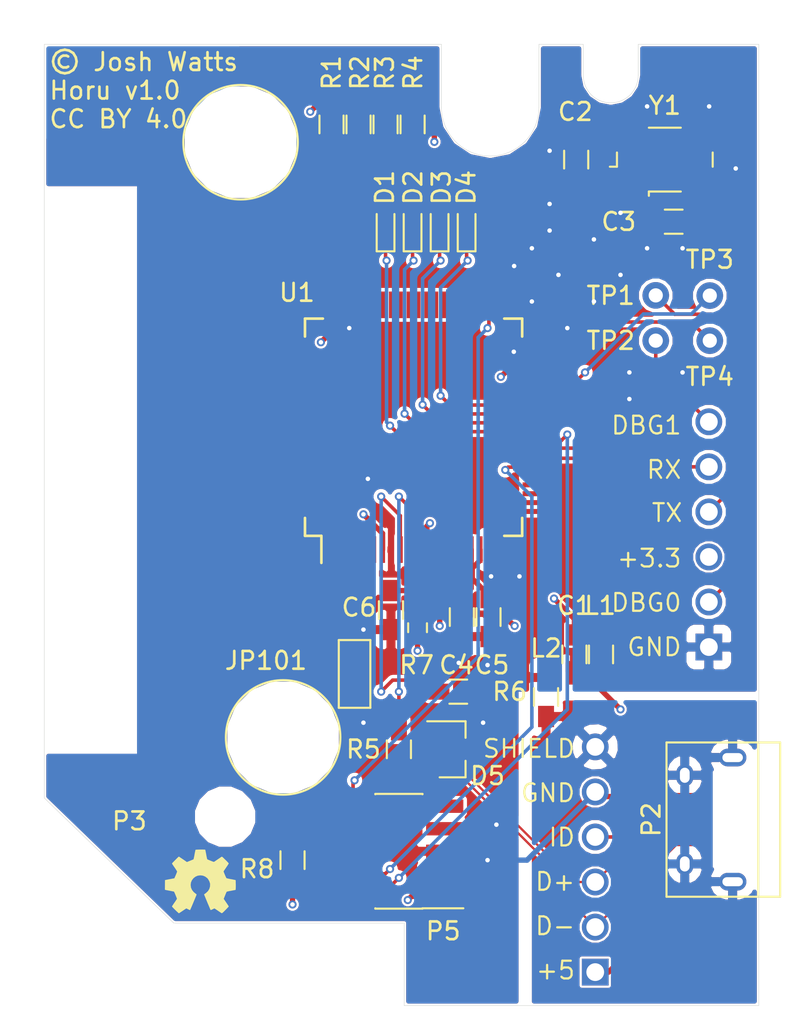
<source format=kicad_pcb>
(kicad_pcb (version 4) (host pcbnew 4.0.6)
  (layers (0 F.Cu signal) (1 In1.Cu power) (2 In2.Cu power) (31 B.Cu signal) (35 F.Paste user hide) (37 F.SilkS user) (39 F.Mask user) (44 Edge.Cuts user))
  (net 0 "")
  (net 1 VUSB)
  (net 2 GND)
  (net 3 /XTAL)
  (net 4 /EXTAL)
  (net 5 +3V3_SDA)
  (net 6 "Net-(D1-Pad2)")
  (net 7 /LED0)
  (net 8 "Net-(D2-Pad2)")
  (net 9 /LED1)
  (net 10 "Net-(D3-Pad2)")
  (net 11 /LED2)
  (net 12 "Net-(D4-Pad2)")
  (net 13 /LED3)
  (net 14 /USB_VBUS)
  (net 15 /USB_SHIELD)
  (net 16 /USB_ID)
  (net 17 /CON1)
  (net 18 /CON2)
  (net 19 /CON3)
  (net 20 /CON4)
  (net 21 /CON5)
  (net 22 /CON6)
  (net 23 /CON7)
  (net 24 /CON8)
  (net 25 /CON9)
  (net 26 /CON10)
  (net 27 /CON11)
  (net 28 /CON12)
  (net 29 /CON13)
  (net 30 /CON14)
  (net 31 /CON15)
  (net 32 /CON16)
  (net 33 /CON17)
  (net 34 /CON18)
  (net 35 /CON19)
  (net 36 /CON20)
  (net 37 /CON21)
  (net 38 /CON22)
  (net 39 /CON23)
  (net 40 /CON24)
  (net 41 /CON25)
  (net 42 /CON26)
  (net 43 /CON27)
  (net 44 /CON28)
  (net 45 /CON29)
  (net 46 /DBG0)
  (net 47 /UART_TX)
  (net 48 /UART_RX)
  (net 49 /DBG1)
  (net 50 /SWD_CLK)
  (net 51 /SWD_DIO)
  (net 52 /RESETn)
  (net 53 /DBG2)
  (net 54 /DBG3)
  (net 55 /USB_D-)
  (net 56 /USB_D+)
  (net 57 /MCU_USB_D-)
  (net 58 /MCU_USB_D+)
  (net 59 /MCU_VOUT33)
  (net 60 "Net-(P3-Pad32)")
  (net 61 /CON30)
  (net 62 "Net-(P3-Pad31)")
  (net 63 "Net-(P5-Pad6)")
  (net 64 "Net-(P5-Pad7)")
  (net 65 "Net-(P5-Pad8)")
  (net 66 "Net-(P5-Pad9)")
  (net 67 /MCU_CON30)
  (net 68 "Net-(U1-Pad13)")
  (net 69 "Net-(U1-Pad14)")
  (net 70 "Net-(U1-Pad15)")
  (net 71 "Net-(U1-Pad16)")
  (net 72 "Net-(U1-Pad21)")
  (net 73 "Net-(U1-Pad22)")
  (net 74 "Net-(U1-Pad23)")
  (net 75 "Net-(U1-Pad24)")
  (net 76 "Net-(U1-Pad25)")
  (net 77 "Net-(U1-Pad43)")
  (net 78 "Net-(U1-Pad44)")
  (net 79 "Net-(U1-Pad45)")
  (net 80 "Net-(U1-Pad46)")
  (net 81 "Net-(U1-Pad47)")
  (net 82 "Net-(U1-Pad48)")
  (net 83 "Net-(U1-Pad49)")
  (net 84 "Net-(U1-Pad50)")
  (net 85 "Net-(U1-Pad51)")
  (net 86 "Net-(U1-Pad52)")
  (net 87 "Net-(U1-Pad53)")
  (net 88 "Net-(U1-Pad54)")
  (module horu:VIA-0.4572mm (layer F.Cu) (at 85.5 104)
    (fp_text reference REF** hide)
    (fp_text value VIA-0.4572mm hide)
    (pad 1 thru_hole circle (at 0 0) (size 0.4572 0.4572) (drill 0.254) (layers *.Cu) (net 2 GND))
  )
  (module horu:VIA-0.4572mm (layer F.Cu) (at 94 63.5)
    (fp_text reference REF** hide)
    (fp_text value VIA-0.4572mm hide)
    (pad 1 thru_hole circle (at 0 0) (size 0.4572 0.4572) (drill 0.254) (layers *.Cu) (net 2 GND))
  )
  (module horu:VIA-0.4572mm (layer F.Cu) (at 97.5 63.5)
    (fp_text reference REF** hide)
    (fp_text value VIA-0.4572mm hide)
    (pad 1 thru_hole circle (at 0 0) (size 0.4572 0.4572) (drill 0.254) (layers *.Cu) (net 2 GND))
  )
  (module horu:VIA-0.4572mm (layer F.Cu) (at 99 67)
    (fp_text reference REF** hide)
    (fp_text value VIA-0.4572mm hide)
    (pad 1 thru_hole circle (at 0 0) (size 0.4572 0.4572) (drill 0.254) (layers *.Cu) (net 2 GND))
  )
  (module horu:VIA-0.4572mm (layer F.Cu) (at 94 71.5)
    (fp_text reference REF** hide)
    (fp_text value VIA-0.4572mm hide)
    (pad 1 thru_hole circle (at 0 0) (size 0.4572 0.4572) (drill 0.254) (layers *.Cu) (net 2 GND))
  )
  (module horu:VIA-0.4572mm (layer F.Cu) (at 92.5 73)
    (fp_text reference REF** hide)
    (fp_text value VIA-0.4572mm hide)
    (pad 1 thru_hole circle (at 0 0) (size 0.4572 0.4572) (drill 0.254) (layers *.Cu) (net 2 GND))
  )
  (module horu:VIA-0.4572mm (layer F.Cu) (at 91 74.5)
    (fp_text reference REF** hide)
    (fp_text value VIA-0.4572mm hide)
    (pad 1 thru_hole circle (at 0 0) (size 0.4572 0.4572) (drill 0.254) (layers *.Cu) (net 2 GND))
  )
  (module horu:VIA-0.4572mm (layer F.Cu) (at 89.5 76)
    (fp_text reference REF** hide)
    (fp_text value VIA-0.4572mm hide)
    (pad 1 thru_hole circle (at 0 0) (size 0.4572 0.4572) (drill 0.254) (layers *.Cu) (net 2 GND))
  )
  (module horu:VIA-0.4572mm (layer F.Cu) (at 86.5 72.5)
    (fp_text reference REF** hide)
    (fp_text value VIA-0.4572mm hide)
    (pad 1 thru_hole circle (at 0 0) (size 0.4572 0.4572) (drill 0.254) (layers *.Cu) (net 2 GND))
  )
  (module horu:VIA-0.4572mm (layer F.Cu) (at 87.5 71.5)
    (fp_text reference REF** hide)
    (fp_text value VIA-0.4572mm hide)
    (pad 1 thru_hole circle (at 0 0) (size 0.4572 0.4572) (drill 0.254) (layers *.Cu) (net 2 GND))
  )
  (module horu:VIA-0.4572mm (layer F.Cu) (at 88.5 70.5)
    (fp_text reference REF** hide)
    (fp_text value VIA-0.4572mm hide)
    (pad 1 thru_hole circle (at 0 0) (size 0.4572 0.4572) (drill 0.254) (layers *.Cu) (net 2 GND))
  )
  (module horu:VIA-0.4572mm (layer F.Cu) (at 88.5 69)
    (fp_text reference REF** hide)
    (fp_text value VIA-0.4572mm hide)
    (pad 1 thru_hole circle (at 0 0) (size 0.4572 0.4572) (drill 0.254) (layers *.Cu) (net 2 GND))
  )
  (module horu:VIA-0.4572mm (layer F.Cu) (at 92.5 69.5)
    (fp_text reference REF** hide)
    (fp_text value VIA-0.4572mm hide)
    (pad 1 thru_hole circle (at 0 0) (size 0.4572 0.4572) (drill 0.254) (layers *.Cu) (net 2 GND))
  )
  (module horu:VIA-0.4572mm (layer F.Cu) (at 91 71)
    (fp_text reference REF** hide)
    (fp_text value VIA-0.4572mm hide)
    (pad 1 thru_hole circle (at 0 0) (size 0.4572 0.4572) (drill 0.254) (layers *.Cu) (net 2 GND))
  )
  (module horu:VIA-0.4572mm (layer F.Cu) (at 89 73)
    (fp_text reference REF** hide)
    (fp_text value VIA-0.4572mm hide)
    (pad 1 thru_hole circle (at 0 0) (size 0.4572 0.4572) (drill 0.254) (layers *.Cu) (net 2 GND))
  )
  (module horu:VIA-0.4572mm (layer F.Cu) (at 87.5 74.5)
    (fp_text reference REF** hide)
    (fp_text value VIA-0.4572mm hide)
    (pad 1 thru_hole circle (at 0 0) (size 0.4572 0.4572) (drill 0.254) (layers *.Cu) (net 2 GND))
  )
  (module horu:VIA-0.4572mm (layer F.Cu) (at 96 78.5)
    (fp_text reference REF** hide)
    (fp_text value VIA-0.4572mm hide)
    (pad 1 thru_hole circle (at 0 0) (size 0.4572 0.4572) (drill 0.254) (layers *.Cu) (net 2 GND))
  )
  (module horu:VIA-0.4572mm (layer F.Cu) (at 93 80)
    (fp_text reference REF** hide)
    (fp_text value VIA-0.4572mm hide)
    (pad 1 thru_hole circle (at 0 0) (size 0.4572 0.4572) (drill 0.254) (layers *.Cu) (net 2 GND))
  )
  (module horu:LQFP-80_12x12mm_Pitch0.5mm (layer F.Cu) (at 80.82788 81.58988 90)
    (fp_text reference U1 (at 7.58988 -6.57788 180) (layer F.SilkS))
    (fp_text value KL25P80M48SF0)
    (pad 1 smd rect (at -6.9 -4.75 90) (size 1.5 0.28) (layers F.Cu F.Paste F.Mask) (net 41 /CON25))
    (pad 2 smd rect (at -6.9 -4.25 90) (size 1.5 0.28) (layers F.Cu F.Paste F.Mask) (net 42 /CON26))
    (pad 3 smd rect (at -6.9 -3.75 90) (size 1.5 0.28) (layers F.Cu F.Paste F.Mask) (net 43 /CON27))
    (pad 4 smd rect (at -6.9 -3.25 90) (size 1.5 0.28) (layers F.Cu F.Paste F.Mask) (net 44 /CON28))
    (pad 5 smd rect (at -6.9 -2.75 90) (size 1.5 0.28) (layers F.Cu F.Paste F.Mask) (net 45 /CON29))
    (pad 6 smd rect (at -6.9 -2.25 90) (size 1.5 0.28) (layers F.Cu F.Paste F.Mask) (net 67 /MCU_CON30))
    (pad 7 smd rect (at -6.9 -1.75 90) (size 1.5 0.28) (layers F.Cu F.Paste F.Mask) (net 5 +3V3_SDA))
    (pad 8 smd rect (at -6.9 -1.25 90) (size 1.5 0.28) (layers F.Cu F.Paste F.Mask) (net 2 GND))
    (pad 9 smd rect (at -6.9 -0.75 90) (size 1.5 0.28) (layers F.Cu F.Paste F.Mask) (net 58 /MCU_USB_D+))
    (pad 10 smd rect (at -6.9 -0.25 90) (size 1.5 0.28) (layers F.Cu F.Paste F.Mask) (net 57 /MCU_USB_D-))
    (pad 11 smd rect (at -6.9 0.25 90) (size 1.5 0.28) (layers F.Cu F.Paste F.Mask) (net 59 /MCU_VOUT33))
    (pad 12 smd rect (at -6.9 0.75 90) (size 1.5 0.28) (layers F.Cu F.Paste F.Mask) (net 1 VUSB))
    (pad 13 smd rect (at -6.9 1.25 90) (size 1.5 0.28) (layers F.Cu F.Paste F.Mask) (net 68 "Net-(U1-Pad13)"))
    (pad 14 smd rect (at -6.9 1.75 90) (size 1.5 0.28) (layers F.Cu F.Paste F.Mask) (net 69 "Net-(U1-Pad14)"))
    (pad 15 smd rect (at -6.9 2.25 90) (size 1.5 0.28) (layers F.Cu F.Paste F.Mask) (net 70 "Net-(U1-Pad15)"))
    (pad 16 smd rect (at -6.9 2.75 90) (size 1.5 0.28) (layers F.Cu F.Paste F.Mask) (net 71 "Net-(U1-Pad16)"))
    (pad 17 smd rect (at -6.9 3.25 90) (size 1.5 0.28) (layers F.Cu F.Paste F.Mask) (net 5 +3V3_SDA))
    (pad 18 smd rect (at -6.9 3.75 90) (size 1.5 0.28) (layers F.Cu F.Paste F.Mask) (net 5 +3V3_SDA))
    (pad 19 smd rect (at -6.9 4.25 90) (size 1.5 0.28) (layers F.Cu F.Paste F.Mask) (net 2 GND))
    (pad 20 smd rect (at -6.9 4.75 90) (size 1.5 0.28) (layers F.Cu F.Paste F.Mask) (net 2 GND))
    (pad 21 smd rect (at -4.75 6.9 180) (size 1.5 0.28) (layers F.Cu F.Paste F.Mask) (net 72 "Net-(U1-Pad21)"))
    (pad 22 smd rect (at -4.25 6.9 180) (size 1.5 0.28) (layers F.Cu F.Paste F.Mask) (net 73 "Net-(U1-Pad22)"))
    (pad 23 smd rect (at -3.75 6.9 180) (size 1.5 0.28) (layers F.Cu F.Paste F.Mask) (net 74 "Net-(U1-Pad23)"))
    (pad 24 smd rect (at -3.25 6.9 180) (size 1.5 0.28) (layers F.Cu F.Paste F.Mask) (net 75 "Net-(U1-Pad24)"))
    (pad 25 smd rect (at -2.75 6.9 180) (size 1.5 0.28) (layers F.Cu F.Paste F.Mask) (net 76 "Net-(U1-Pad25)"))
    (pad 26 smd rect (at -2.25 6.9 180) (size 1.5 0.28) (layers F.Cu F.Paste F.Mask) (net 51 /SWD_DIO))
    (pad 27 smd rect (at -1.75 6.9 180) (size 1.5 0.28) (layers F.Cu F.Paste F.Mask) (net 48 /UART_RX))
    (pad 28 smd rect (at -1.25 6.9 180) (size 1.5 0.28) (layers F.Cu F.Paste F.Mask) (net 47 /UART_TX))
    (pad 29 smd rect (at -0.75 6.9 180) (size 1.5 0.28) (layers F.Cu F.Paste F.Mask) (net 50 /SWD_CLK))
    (pad 30 smd rect (at -0.25 6.9 180) (size 1.5 0.28) (layers F.Cu F.Paste F.Mask) (net 7 /LED0))
    (pad 31 smd rect (at 0.25 6.9 180) (size 1.5 0.28) (layers F.Cu F.Paste F.Mask) (net 9 /LED1))
    (pad 32 smd rect (at 0.75 6.9 180) (size 1.5 0.28) (layers F.Cu F.Paste F.Mask) (net 11 /LED2))
    (pad 33 smd rect (at 1.25 6.9 180) (size 1.5 0.28) (layers F.Cu F.Paste F.Mask) (net 13 /LED3))
    (pad 34 smd rect (at 1.75 6.9 180) (size 1.5 0.28) (layers F.Cu F.Paste F.Mask) (net 46 /DBG0))
    (pad 35 smd rect (at 2.25 6.9 180) (size 1.5 0.28) (layers F.Cu F.Paste F.Mask) (net 49 /DBG1))
    (pad 36 smd rect (at 2.75 6.9 180) (size 1.5 0.28) (layers F.Cu F.Paste F.Mask) (net 53 /DBG2))
    (pad 37 smd rect (at 3.25 6.9 180) (size 1.5 0.28) (layers F.Cu F.Paste F.Mask) (net 54 /DBG3))
    (pad 38 smd rect (at 3.75 6.9 180) (size 1.5 0.28) (layers F.Cu F.Paste F.Mask) (net 5 +3V3_SDA))
    (pad 39 smd rect (at 4.25 6.9 180) (size 1.5 0.28) (layers F.Cu F.Paste F.Mask) (net 2 GND))
    (pad 40 smd rect (at 4.75 6.9 180) (size 1.5 0.28) (layers F.Cu F.Paste F.Mask) (net 4 /EXTAL))
    (pad 41 smd rect (at 6.9 4.75 90) (size 1.5 0.28) (layers F.Cu F.Paste F.Mask) (net 3 /XTAL))
    (pad 42 smd rect (at 6.9 4.25 90) (size 1.5 0.28) (layers F.Cu F.Paste F.Mask) (net 52 /RESETn))
    (pad 43 smd rect (at 6.9 3.75 90) (size 1.5 0.28) (layers F.Cu F.Paste F.Mask) (net 77 "Net-(U1-Pad43)"))
    (pad 44 smd rect (at 6.9 3.25 90) (size 1.5 0.28) (layers F.Cu F.Paste F.Mask) (net 78 "Net-(U1-Pad44)"))
    (pad 45 smd rect (at 6.9 2.75 90) (size 1.5 0.28) (layers F.Cu F.Paste F.Mask) (net 79 "Net-(U1-Pad45)"))
    (pad 46 smd rect (at 6.9 2.25 90) (size 1.5 0.28) (layers F.Cu F.Paste F.Mask) (net 80 "Net-(U1-Pad46)"))
    (pad 47 smd rect (at 6.9 1.75 90) (size 1.5 0.28) (layers F.Cu F.Paste F.Mask) (net 81 "Net-(U1-Pad47)"))
    (pad 48 smd rect (at 6.9 1.25 90) (size 1.5 0.28) (layers F.Cu F.Paste F.Mask) (net 82 "Net-(U1-Pad48)"))
    (pad 49 smd rect (at 6.9 0.75 90) (size 1.5 0.28) (layers F.Cu F.Paste F.Mask) (net 83 "Net-(U1-Pad49)"))
    (pad 50 smd rect (at 6.9 0.25 90) (size 1.5 0.28) (layers F.Cu F.Paste F.Mask) (net 84 "Net-(U1-Pad50)"))
    (pad 51 smd rect (at 6.9 -0.25 90) (size 1.5 0.28) (layers F.Cu F.Paste F.Mask) (net 85 "Net-(U1-Pad51)"))
    (pad 52 smd rect (at 6.9 -0.75 90) (size 1.5 0.28) (layers F.Cu F.Paste F.Mask) (net 86 "Net-(U1-Pad52)"))
    (pad 53 smd rect (at 6.9 -1.25 90) (size 1.5 0.28) (layers F.Cu F.Paste F.Mask) (net 87 "Net-(U1-Pad53)"))
    (pad 54 smd rect (at 6.9 -1.75 90) (size 1.5 0.28) (layers F.Cu F.Paste F.Mask) (net 88 "Net-(U1-Pad54)"))
    (pad 55 smd rect (at 6.9 -2.25 90) (size 1.5 0.28) (layers F.Cu F.Paste F.Mask) (net 17 /CON1))
    (pad 56 smd rect (at 6.9 -2.75 90) (size 1.5 0.28) (layers F.Cu F.Paste F.Mask) (net 18 /CON2))
    (pad 57 smd rect (at 6.9 -3.25 90) (size 1.5 0.28) (layers F.Cu F.Paste F.Mask) (net 19 /CON3))
    (pad 58 smd rect (at 6.9 -3.75 90) (size 1.5 0.28) (layers F.Cu F.Paste F.Mask) (net 20 /CON4))
    (pad 59 smd rect (at 6.9 -4.25 90) (size 1.5 0.28) (layers F.Cu F.Paste F.Mask) (net 2 GND))
    (pad 60 smd rect (at 6.9 -4.75 90) (size 1.5 0.28) (layers F.Cu F.Paste F.Mask) (net 5 +3V3_SDA))
    (pad 61 smd rect (at 4.75 -6.9 180) (size 1.5 0.28) (layers F.Cu F.Paste F.Mask) (net 21 /CON5))
    (pad 62 smd rect (at 4.25 -6.9 180) (size 1.5 0.28) (layers F.Cu F.Paste F.Mask) (net 22 /CON6))
    (pad 63 smd rect (at 3.75 -6.9 180) (size 1.5 0.28) (layers F.Cu F.Paste F.Mask) (net 23 /CON7))
    (pad 64 smd rect (at 3.25 -6.9 180) (size 1.5 0.28) (layers F.Cu F.Paste F.Mask) (net 24 /CON8))
    (pad 65 smd rect (at 2.75 -6.9 180) (size 1.5 0.28) (layers F.Cu F.Paste F.Mask) (net 25 /CON9))
    (pad 66 smd rect (at 2.25 -6.9 180) (size 1.5 0.28) (layers F.Cu F.Paste F.Mask) (net 26 /CON10))
    (pad 67 smd rect (at 1.75 -6.9 180) (size 1.5 0.28) (layers F.Cu F.Paste F.Mask) (net 27 /CON11))
    (pad 68 smd rect (at 1.25 -6.9 180) (size 1.5 0.28) (layers F.Cu F.Paste F.Mask) (net 28 /CON12))
    (pad 69 smd rect (at 0.75 -6.9 180) (size 1.5 0.28) (layers F.Cu F.Paste F.Mask) (net 29 /CON13))
    (pad 70 smd rect (at 0.25 -6.9 180) (size 1.5 0.28) (layers F.Cu F.Paste F.Mask) (net 30 /CON14))
    (pad 71 smd rect (at -0.25 -6.9 180) (size 1.5 0.28) (layers F.Cu F.Paste F.Mask) (net 31 /CON15))
    (pad 72 smd rect (at -0.75 -6.9 180) (size 1.5 0.28) (layers F.Cu F.Paste F.Mask) (net 32 /CON16))
    (pad 73 smd rect (at -1.25 -6.9 180) (size 1.5 0.28) (layers F.Cu F.Paste F.Mask) (net 33 /CON17))
    (pad 74 smd rect (at -1.75 -6.9 180) (size 1.5 0.28) (layers F.Cu F.Paste F.Mask) (net 34 /CON18))
    (pad 75 smd rect (at -2.25 -6.9 180) (size 1.5 0.28) (layers F.Cu F.Paste F.Mask) (net 35 /CON19))
    (pad 76 smd rect (at -2.75 -6.9 180) (size 1.5 0.28) (layers F.Cu F.Paste F.Mask) (net 36 /CON20))
    (pad 77 smd rect (at -3.25 -6.9 180) (size 1.5 0.28) (layers F.Cu F.Paste F.Mask) (net 37 /CON21))
    (pad 78 smd rect (at -3.75 -6.9 180) (size 1.5 0.28) (layers F.Cu F.Paste F.Mask) (net 38 /CON22))
    (pad 79 smd rect (at -4.25 -6.9 180) (size 1.5 0.28) (layers F.Cu F.Paste F.Mask) (net 39 /CON23))
    (pad 80 smd rect (at -4.75 -6.9 180) (size 1.5 0.28) (layers F.Cu F.Paste F.Mask) (net 40 /CON24))
  )
  (module horu:MH_2.54x6.5mm (layer F.Cu) (at 73.47 99.08)
    (fp_text reference REF** hide)
    (fp_text value 1pin hide)
    (pad "" np_thru_hole circle (at 0 0) (size 2.54 2.54) (drill 2.54) (layers *.Cu *.Mask) (clearance 1.88))
  )
  (module Resistors_SMD:R_0603_HandSoldering (layer F.Cu) (at 89.9 94.4 270)
    (fp_text reference C1 (at -2.75 0 540) (layer F.SilkS))
    (fp_text value "1.0 uF")
    (pad 1 smd rect (at -1.1 0 270) (size 1.2 0.9) (layers F.Cu F.Paste F.Mask) (net 1 VUSB))
    (pad 2 smd rect (at 1.1 0 270) (size 1.2 0.9) (layers F.Cu F.Paste F.Mask) (net 2 GND))
  )
  (module Resistors_SMD:R_0603_HandSoldering (layer F.Cu) (at 90 66.5 90)
    (fp_text reference C2 (at 2.7 -0.05 180) (layer F.SilkS))
    (fp_text value "22 pF")
    (pad 1 smd rect (at -1.1 0 90) (size 1.2 0.9) (layers F.Cu F.Paste F.Mask) (net 3 /XTAL))
    (pad 2 smd rect (at 1.1 0 90) (size 1.2 0.9) (layers F.Cu F.Paste F.Mask) (net 2 GND))
  )
  (module Resistors_SMD:R_0603_HandSoldering (layer F.Cu) (at 95.5 70)
    (fp_text reference C3 (at -3.1 0) (layer F.SilkS))
    (fp_text value "22 pF")
    (pad 1 smd rect (at -1.1 0) (size 1.2 0.9) (layers F.Cu F.Paste F.Mask) (net 4 /EXTAL))
    (pad 2 smd rect (at 1.1 0) (size 1.2 0.9) (layers F.Cu F.Paste F.Mask) (net 2 GND))
  )
  (module Resistors_SMD:R_0603_HandSoldering (layer F.Cu) (at 83.5526 92.294 90)
    (fp_text reference C4 (at -2.706 -0.3026 180) (layer F.SilkS))
    (fp_text value "1.0 uF")
    (pad 1 smd rect (at -1.1 0 90) (size 1.2 0.9) (layers F.Cu F.Paste F.Mask) (net 2 GND))
    (pad 2 smd rect (at 1.1 0 90) (size 1.2 0.9) (layers F.Cu F.Paste F.Mask) (net 5 +3V3_SDA))
  )
  (module Resistors_SMD:R_0603_HandSoldering (layer F.Cu) (at 85.0526 92.294 90)
    (fp_text reference C5 (at -2.706 0.1974 180) (layer F.SilkS))
    (fp_text value "1.0 uF")
    (pad 1 smd rect (at -1.1 0 90) (size 1.2 0.9) (layers F.Cu F.Paste F.Mask) (net 2 GND))
    (pad 2 smd rect (at 1.1 0 90) (size 1.2 0.9) (layers F.Cu F.Paste F.Mask) (net 5 +3V3_SDA))
  )
  (module Resistors_SMD:R_0603_HandSoldering (layer F.Cu) (at 79.5526 91.9 270)
    (fp_text reference C6 (at -0.15 1.8026 360) (layer F.SilkS))
    (fp_text value "2.2 uF")
    (pad 1 smd rect (at -1.1 0 270) (size 1.2 0.9) (layers F.Cu F.Paste F.Mask) (net 59 /MCU_VOUT33))
    (pad 2 smd rect (at 1.1 0 270) (size 1.2 0.9) (layers F.Cu F.Paste F.Mask) (net 2 GND))
  )
  (module LEDs:LED_0603 (layer F.Cu) (at 79.248 70.369732 90)
    (fp_text reference D1 (at 2.297732 -0.048 270) (layer F.SilkS))
    (fp_text value LED_GREEN)
    (pad 2 smd rect (at 0.8 0 270) (size 0.8 0.8) (layers F.Cu F.Paste F.Mask) (net 6 "Net-(D1-Pad2)"))
    (pad 1 smd rect (at -0.8 0 270) (size 0.8 0.8) (layers F.Cu F.Paste F.Mask) (net 7 /LED0))
  )
  (module LEDs:LED_0603 (layer F.Cu) (at 80.772 70.369732 90)
    (fp_text reference D2 (at 2.297732 0.028 270) (layer F.SilkS))
    (fp_text value LED_GREEN)
    (pad 2 smd rect (at 0.8 0 270) (size 0.8 0.8) (layers F.Cu F.Paste F.Mask) (net 8 "Net-(D2-Pad2)"))
    (pad 1 smd rect (at -0.8 0 270) (size 0.8 0.8) (layers F.Cu F.Paste F.Mask) (net 9 /LED1))
  )
  (module LEDs:LED_0603 (layer F.Cu) (at 82.296 70.369732 90)
    (fp_text reference D3 (at 2.297732 0.104 270) (layer F.SilkS))
    (fp_text value LED_GREEN)
    (pad 2 smd rect (at 0.8 0 270) (size 0.8 0.8) (layers F.Cu F.Paste F.Mask) (net 10 "Net-(D3-Pad2)"))
    (pad 1 smd rect (at -0.8 0 270) (size 0.8 0.8) (layers F.Cu F.Paste F.Mask) (net 11 /LED2))
  )
  (module LEDs:LED_0603 (layer F.Cu) (at 83.82 70.369732 90)
    (fp_text reference D4 (at 2.297732 -0.02 270) (layer F.SilkS))
    (fp_text value LED_GREEN)
    (pad 2 smd rect (at 0.8 0 270) (size 0.8 0.8) (layers F.Cu F.Paste F.Mask) (net 12 "Net-(D4-Pad2)"))
    (pad 1 smd rect (at -0.8 0 270) (size 0.8 0.8) (layers F.Cu F.Paste F.Mask) (net 13 /LED3))
  )
  (module Resistors_SMD:R_0603_HandSoldering (layer F.Cu) (at 91.4 94.4 270)
    (fp_text reference L1 (at -2.75 0.05 360) (layer F.SilkS))
    (fp_text value "330 Ohm")
    (pad 1 smd rect (at -1.1 0 270) (size 1.2 0.9) (layers F.Cu F.Paste F.Mask) (net 1 VUSB))
    (pad 2 smd rect (at 1.1 0 270) (size 1.2 0.9) (layers F.Cu F.Paste F.Mask) (net 14 /USB_VBUS))
  )
  (module Resistors_SMD:R_0603_HandSoldering (layer F.Cu) (at 88.3 96.8 270)
    (fp_text reference L2 (at -2.75 0 360) (layer F.SilkS))
    (fp_text value "330 Ohm")
    (pad 1 smd rect (at -1.1 0 270) (size 1.2 0.9) (layers F.Cu F.Paste F.Mask) (net 2 GND))
    (pad 2 smd rect (at 1.1 0 270) (size 1.2 0.9) (layers F.Cu F.Paste F.Mask) (net 15 /USB_SHIELD))
  )
  (module Connectors:USB_Micro-B (layer F.Cu) (at 97.475 103.714 90)
    (fp_text reference P2 (at 0 -3.24 90) (layer F.SilkS))
    (fp_text value USB_OTG)
    (pad 1 smd rect (at -1.3 -1.35 180) (size 1.35 0.4) (layers F.Cu F.Paste F.Mask) (net 14 /USB_VBUS))
    (pad 2 smd rect (at -0.65 -1.35 180) (size 1.35 0.4) (layers F.Cu F.Paste F.Mask) (net 55 /USB_D-))
    (pad 3 smd rect (at 0 -1.35 180) (size 1.35 0.4) (layers F.Cu F.Paste F.Mask) (net 56 /USB_D+))
    (pad 4 smd rect (at 0.65 -1.35 180) (size 1.35 0.4) (layers F.Cu F.Paste F.Mask) (net 16 /USB_ID))
    (pad 5 smd rect (at 1.3 -1.35 180) (size 1.35 0.4) (layers F.Cu F.Paste F.Mask) (net 2 GND))
    (pad 6 thru_hole oval (at -2.5 -1.35 180) (size 0.95 1.25) (drill oval 0.55 0.85) (layers *.Cu *.Mask) (net 15 /USB_SHIELD))
    (pad 6 thru_hole oval (at 2.5 -1.35 180) (size 0.95 1.25) (drill oval 0.55 0.85) (layers *.Cu *.Mask) (net 15 /USB_SHIELD))
    (pad 6 thru_hole oval (at -3.5 1.35 180) (size 1.55 1) (drill oval 1.15 0.5) (layers *.Cu *.Mask) (net 15 /USB_SHIELD))
    (pad 6 thru_hole oval (at 3.5 1.35 180) (size 1.55 1) (drill oval 1.15 0.5) (layers *.Cu *.Mask) (net 15 /USB_SHIELD))
  )
  (module horu:52271-3079 (layer F.Cu) (at 65.752 69.551 270)
    (fp_text reference P3 (at 34.249 0.952 360) (layer F.SilkS))
    (fp_text value CONN_01X30_2SHIELD)
    (pad 32 smd rect (at 32.15 1.4 270) (size 2.1 2.8) (layers F.Cu F.Paste F.Mask) (net 60 "Net-(P3-Pad32)"))
    (pad 1 smd rect (at 0 -1.05 270) (size 0.6 2.1) (layers F.Cu F.Paste F.Mask) (net 17 /CON1) (clearance 0.4))
    (pad 2 smd rect (at 1 -1.05 270) (size 0.6 2.1) (layers F.Cu F.Paste F.Mask) (net 18 /CON2) (clearance 0.4))
    (pad 3 smd rect (at 2 -1.05 270) (size 0.6 2.1) (layers F.Cu F.Paste F.Mask) (net 19 /CON3) (clearance 0.4))
    (pad 4 smd rect (at 3 -1.05 270) (size 0.6 2.1) (layers F.Cu F.Paste F.Mask) (net 20 /CON4) (clearance 0.4))
    (pad 5 smd rect (at 4 -1.05 270) (size 0.6 2.1) (layers F.Cu F.Paste F.Mask) (net 21 /CON5) (clearance 0.4))
    (pad 6 smd rect (at 5 -1.05 270) (size 0.6 2.1) (layers F.Cu F.Paste F.Mask) (net 22 /CON6) (clearance 0.4))
    (pad 7 smd rect (at 6 -1.05 270) (size 0.6 2.1) (layers F.Cu F.Paste F.Mask) (net 23 /CON7) (clearance 0.4))
    (pad 8 smd rect (at 7 -1.05 270) (size 0.6 2.1) (layers F.Cu F.Paste F.Mask) (net 24 /CON8) (clearance 0.4))
    (pad 9 smd rect (at 8 -1.05 270) (size 0.6 2.1) (layers F.Cu F.Paste F.Mask) (net 25 /CON9) (clearance 0.4))
    (pad 10 smd rect (at 9 -1.05 270) (size 0.6 2.1) (layers F.Cu F.Paste F.Mask) (net 26 /CON10) (clearance 0.4))
    (pad 11 smd rect (at 10 -1.05 270) (size 0.6 2.1) (layers F.Cu F.Paste F.Mask) (net 27 /CON11) (clearance 0.4))
    (pad 12 smd rect (at 11 -1.05 270) (size 0.6 2.1) (layers F.Cu F.Paste F.Mask) (net 28 /CON12) (clearance 0.4))
    (pad 13 smd rect (at 12 -1.05 270) (size 0.6 2.1) (layers F.Cu F.Paste F.Mask) (net 29 /CON13) (clearance 0.4))
    (pad 14 smd rect (at 13 -1.05 270) (size 0.6 2.1) (layers F.Cu F.Paste F.Mask) (net 30 /CON14) (clearance 0.4))
    (pad 15 smd rect (at 14 -1.05 270) (size 0.6 2.1) (layers F.Cu F.Paste F.Mask) (net 31 /CON15) (clearance 0.4))
    (pad 16 smd rect (at 15 -1.05 270) (size 0.6 2.1) (layers F.Cu F.Paste F.Mask) (net 32 /CON16) (clearance 0.4))
    (pad 17 smd rect (at 16 -1.05 270) (size 0.6 2.1) (layers F.Cu F.Paste F.Mask) (net 33 /CON17) (clearance 0.4))
    (pad 18 smd rect (at 17 -1.05 270) (size 0.6 2.1) (layers F.Cu F.Paste F.Mask) (net 34 /CON18) (clearance 0.4))
    (pad 19 smd rect (at 18 -1.05 270) (size 0.6 2.1) (layers F.Cu F.Paste F.Mask) (net 35 /CON19) (clearance 0.4))
    (pad 20 smd rect (at 19 -1.05 270) (size 0.6 2.1) (layers F.Cu F.Paste F.Mask) (net 36 /CON20) (clearance 0.4))
    (pad 21 smd rect (at 20 -1.05 270) (size 0.6 2.1) (layers F.Cu F.Paste F.Mask) (net 37 /CON21) (clearance 0.4))
    (pad 22 smd rect (at 21 -1.05 270) (size 0.6 2.1) (layers F.Cu F.Paste F.Mask) (net 38 /CON22) (clearance 0.4))
    (pad 23 smd rect (at 22 -1.05 270) (size 0.6 2.1) (layers F.Cu F.Paste F.Mask) (net 39 /CON23) (clearance 0.4))
    (pad 24 smd rect (at 23 -1.05 270) (size 0.6 2.1) (layers F.Cu F.Paste F.Mask) (net 40 /CON24) (clearance 0.4))
    (pad 25 smd rect (at 24 -1.05 270) (size 0.6 2.1) (layers F.Cu F.Paste F.Mask) (net 41 /CON25) (clearance 0.4))
    (pad 26 smd rect (at 25 -1.05 270) (size 0.6 2.1) (layers F.Cu F.Paste F.Mask) (net 42 /CON26) (clearance 0.4))
    (pad 27 smd rect (at 26 -1.05 270) (size 0.6 2.1) (layers F.Cu F.Paste F.Mask) (net 43 /CON27) (clearance 0.4))
    (pad 28 smd rect (at 27 -1.05 270) (size 0.6 2.1) (layers F.Cu F.Paste F.Mask) (net 44 /CON28) (clearance 0.4))
    (pad 29 smd rect (at 28 -1.05 270) (size 0.6 2.1) (layers F.Cu F.Paste F.Mask) (net 45 /CON29) (clearance 0.4))
    (pad 30 smd rect (at 29 -1.05 270) (size 0.6 2.1) (layers F.Cu F.Paste F.Mask) (net 61 /CON30) (clearance 0.4))
    (pad 31 smd rect (at -3.15 1.4 270) (size 2.1 2.8) (layers F.Cu F.Paste F.Mask) (net 62 "Net-(P3-Pad31)"))
  )
  (module Pin_Headers:Pin_Header_Straight_2x05_Pitch1.27mm_SMD (layer F.Cu) (at 80 105.5 180)
    (fp_text reference P5 (at -2.5 -4.5 360) (layer F.SilkS))
    (fp_text value CONN_02X05)
    (pad 1 smd rect (at -2.585 -2.54 180) (size 2.1 0.75) (layers F.Cu F.Mask) (net 5 +3V3_SDA))
    (pad 2 smd rect (at 2.585 -2.54 180) (size 2.1 0.75) (layers F.Cu F.Mask) (net 50 /SWD_CLK))
    (pad 3 smd rect (at -2.585 -1.27 180) (size 2.1 0.75) (layers F.Cu F.Mask) (net 2 GND))
    (pad 4 smd rect (at 2.585 -1.27 180) (size 2.1 0.75) (layers F.Cu F.Mask) (net 51 /SWD_DIO))
    (pad 5 smd rect (at -2.585 0 180) (size 2.1 0.75) (layers F.Cu F.Mask) (net 2 GND))
    (pad 6 smd rect (at 2.585 0 180) (size 2.1 0.75) (layers F.Cu F.Mask) (net 63 "Net-(P5-Pad6)"))
    (pad 7 smd rect (at -2.585 1.27 180) (size 2.1 0.75) (layers F.Cu F.Mask) (net 64 "Net-(P5-Pad7)"))
    (pad 8 smd rect (at 2.585 1.27 180) (size 2.1 0.75) (layers F.Cu F.Mask) (net 65 "Net-(P5-Pad8)"))
    (pad 9 smd rect (at -2.585 2.54 180) (size 2.1 0.75) (layers F.Cu F.Mask) (net 66 "Net-(P5-Pad9)"))
    (pad 10 smd rect (at 2.585 2.54 180) (size 2.1 0.75) (layers F.Cu F.Mask) (net 52 /RESETn))
  )
  (module Resistors_SMD:R_0603_HandSoldering (layer F.Cu) (at 76.2 64.516 90)
    (fp_text reference R1 (at 2.916 0 270) (layer F.SilkS))
    (fp_text value 220)
    (pad 1 smd rect (at -1.1 0 90) (size 1.2 0.9) (layers F.Cu F.Paste F.Mask) (net 6 "Net-(D1-Pad2)"))
    (pad 2 smd rect (at 1.1 0 90) (size 1.2 0.9) (layers F.Cu F.Paste F.Mask) (net 5 +3V3_SDA))
  )
  (module Resistors_SMD:R_0603_HandSoldering (layer F.Cu) (at 77.724 64.516 90)
    (fp_text reference R2 (at 2.916 0.076 270) (layer F.SilkS))
    (fp_text value 220)
    (pad 1 smd rect (at -1.1 0 90) (size 1.2 0.9) (layers F.Cu F.Paste F.Mask) (net 8 "Net-(D2-Pad2)"))
    (pad 2 smd rect (at 1.1 0 90) (size 1.2 0.9) (layers F.Cu F.Paste F.Mask) (net 5 +3V3_SDA))
  )
  (module Resistors_SMD:R_0603_HandSoldering (layer F.Cu) (at 79.248 64.516 90)
    (fp_text reference R3 (at 2.916 -0.048 270) (layer F.SilkS))
    (fp_text value 220)
    (pad 1 smd rect (at -1.1 0 90) (size 1.2 0.9) (layers F.Cu F.Paste F.Mask) (net 10 "Net-(D3-Pad2)"))
    (pad 2 smd rect (at 1.1 0 90) (size 1.2 0.9) (layers F.Cu F.Paste F.Mask) (net 5 +3V3_SDA))
  )
  (module Resistors_SMD:R_0603_HandSoldering (layer F.Cu) (at 80.772 64.516 90)
    (fp_text reference R4 (at 2.916 0.028 270) (layer F.SilkS))
    (fp_text value 220)
    (pad 1 smd rect (at -1.1 0 90) (size 1.2 0.9) (layers F.Cu F.Paste F.Mask) (net 12 "Net-(D4-Pad2)"))
    (pad 2 smd rect (at 1.1 0 90) (size 1.2 0.9) (layers F.Cu F.Paste F.Mask) (net 5 +3V3_SDA))
  )
  (module Resistors_SMD:R_0603_HandSoldering (layer F.Cu) (at 80 99.75 270)
    (fp_text reference R5 (at 0 2 360) (layer F.SilkS))
    (fp_text value 33)
    (pad 1 smd rect (at -1.1 0 270) (size 1.2 0.9) (layers F.Cu F.Paste F.Mask) (net 57 /MCU_USB_D-))
    (pad 2 smd rect (at 1.1 0 270) (size 1.2 0.9) (layers F.Cu F.Paste F.Mask) (net 55 /USB_D-))
  )
  (module Resistors_SMD:R_0603_HandSoldering (layer F.Cu) (at 83.35 96.5)
    (fp_text reference R6 (at 2.9 0) (layer F.SilkS))
    (fp_text value 33)
    (pad 1 smd rect (at -1.1 0) (size 1.2 0.9) (layers F.Cu F.Paste F.Mask) (net 58 /MCU_USB_D+))
    (pad 2 smd rect (at 1.1 0) (size 1.2 0.9) (layers F.Cu F.Paste F.Mask) (net 56 /USB_D+))
  )
  (module Resistors_SMD:R_0402 (layer F.Cu) (at 81.0526 92.894 270)
    (fp_text reference R7 (at 2.106 0.0526 360) (layer F.SilkS))
    (fp_text value 0)
    (pad 1 smd rect (at -0.45 0 270) (size 0.4 0.6) (layers F.Cu F.Paste F.Mask) (net 59 /MCU_VOUT33))
    (pad 2 smd rect (at 0.45 0 270) (size 0.4 0.6) (layers F.Cu F.Paste F.Mask) (net 5 +3V3_SDA))
  )
  (module Crystals:Crystal_SMD_Abracon_ABM3B-4pin_5.0x3.2mm (layer F.Cu) (at 95 66.5)
    (fp_text reference Y1 (at 0 -3.05 180) (layer F.SilkS))
    (fp_text value 8MHz)
    (pad 1 smd rect (at -2 1.2) (size 1.8 1.2) (layers F.Cu F.Mask) (net 3 /XTAL))
    (pad 2 smd rect (at 2 1.2) (size 1.8 1.2) (layers F.Cu F.Mask) (net 2 GND))
    (pad 3 smd rect (at 2 -1.2) (size 1.8 1.2) (layers F.Cu F.Mask) (net 4 /EXTAL))
    (pad 4 smd rect (at -2 -1.2) (size 1.8 1.2) (layers F.Cu F.Mask) (net 2 GND))
  )
  (module Measurement_Points:Measurement_Point_Round-TH_Small (layer F.Cu) (at 94.488 74.155173)
    (fp_text reference TP1 (at -2.54 0.012827) (layer F.SilkS))
    (fp_text value TEST_1P)
    (pad 1 thru_hole circle (at 0 0) (size 1.5 1.5) (drill 0.8) (layers *.Cu *.Mask) (net 46 /DBG0))
  )
  (module Measurement_Points:Measurement_Point_Round-TH_Small (layer F.Cu) (at 94.488 76.708)
    (fp_text reference TP2 (at -2.54 0) (layer F.SilkS))
    (fp_text value TEST_1P)
    (pad 1 thru_hole circle (at 0 0) (size 1.5 1.5) (drill 0.8) (layers *.Cu *.Mask) (net 49 /DBG1))
  )
  (module Measurement_Points:Measurement_Point_Round-TH_Small (layer F.Cu) (at 97.536 74.168)
    (fp_text reference TP3 (at 0 -2.032) (layer F.SilkS))
    (fp_text value TEST_1P)
    (pad 1 thru_hole circle (at 0 0) (size 1.5 1.5) (drill 0.8) (layers *.Cu *.Mask) (net 53 /DBG2))
  )
  (module Measurement_Points:Measurement_Point_Round-TH_Small (layer F.Cu) (at 97.536 76.708)
    (fp_text reference TP4 (at 0 2.032) (layer F.SilkS))
    (fp_text value TEST_1P)
    (pad 1 thru_hole circle (at 0 0) (size 1.5 1.5) (drill 0.8) (layers *.Cu *.Mask) (net 54 /DBG3))
  )
  (module Resistors_SMD:R_0603_HandSoldering (layer F.Cu) (at 74 106 270)
    (fp_text reference R8 (at 0.5 2 360) (layer F.SilkS))
    (fp_text value 10k)
    (pad 1 smd rect (at -1.1 0 270) (size 1.2 0.9) (layers F.Cu F.Paste F.Mask) (net 52 /RESETn))
    (pad 2 smd rect (at 1.1 0 270) (size 1.2 0.9) (layers F.Cu F.Paste F.Mask) (net 5 +3V3_SDA))
  )
  (module horu:MH_2.54x6.5mm (layer F.Cu) (at 71.07 65.52)
    (fp_text reference REF** hide)
    (fp_text value 1pin hide)
    (pad "" np_thru_hole circle (at 0 0) (size 2.54 2.54) (drill 2.54) (layers *.Cu *.Mask) (clearance 1.88))
  )
  (module horu:MH_3x6.5mm (layer F.Cu) (at 70.2 103.55)
    (fp_text reference REF** hide)
    (fp_text value 1pin hide)
    (pad "" np_thru_hole circle (at 0 0) (size 3 3) (drill 3) (layers *.Cu *.Mask))
  )
  (module horu:PINHEAD1-6 (layer F.Cu) (at 97.483 93.984 90)
    (fp_text reference P4 hide)
    (fp_text value CONN_01X06)
    (pad 1 thru_hole rect (at 0 0 90) (size 1.51 1.51) (drill 1) (layers *.Cu *.Mask) (net 2 GND))
    (pad 2 thru_hole circle (at 2.54 0 90) (size 1.51 1.51) (drill 1) (layers *.Cu *.Mask) (net 46 /DBG0))
    (pad 3 thru_hole circle (at 5.08 0 90) (size 1.51 1.51) (drill 1) (layers *.Cu *.Mask) (net 5 +3V3_SDA))
    (pad 4 thru_hole circle (at 7.62 0 90) (size 1.51 1.51) (drill 1) (layers *.Cu *.Mask) (net 47 /UART_TX))
    (pad 5 thru_hole circle (at 10.16 0 90) (size 1.51 1.51) (drill 1) (layers *.Cu *.Mask) (net 48 /UART_RX))
    (pad 6 thru_hole circle (at 12.7 0 90) (size 1.51 1.51) (drill 1) (layers *.Cu *.Mask) (net 49 /DBG1))
  )
  (module horu:PINHEAD1-6 (layer F.Cu) (at 91.075 112.314 90)
    (fp_text reference P1 hide)
    (fp_text value CONN_01X06)
    (pad 1 thru_hole rect (at 0 0 90) (size 1.51 1.51) (drill 1) (layers *.Cu *.Mask) (net 14 /USB_VBUS))
    (pad 2 thru_hole circle (at 2.54 0 90) (size 1.51 1.51) (drill 1) (layers *.Cu *.Mask) (net 55 /USB_D-))
    (pad 3 thru_hole circle (at 5.08 0 90) (size 1.51 1.51) (drill 1) (layers *.Cu *.Mask) (net 56 /USB_D+))
    (pad 4 thru_hole circle (at 7.62 0 90) (size 1.51 1.51) (drill 1) (layers *.Cu *.Mask) (net 16 /USB_ID))
    (pad 5 thru_hole circle (at 10.16 0 90) (size 1.51 1.51) (drill 1) (layers *.Cu *.Mask) (net 2 GND))
    (pad 6 thru_hole circle (at 12.7 0 90) (size 1.51 1.51) (drill 1) (layers *.Cu *.Mask) (net 15 /USB_SHIELD))
  )
  (module Connectors:GS3 (layer F.Cu) (at 77.5 95.5)
    (fp_text reference JP101 (at -5 -0.75) (layer F.SilkS))
    (fp_text value Jumper_NC_Dual)
    (pad 1 smd rect (at 0 -1.27) (size 1.27 0.97) (layers F.Cu F.Paste F.Mask) (net 67 /MCU_CON30))
    (pad 2 smd rect (at 0 0) (size 1.27 0.97) (layers F.Cu F.Paste F.Mask) (net 61 /CON30))
    (pad 3 smd rect (at 0 1.27) (size 1.27 0.97) (layers F.Cu F.Paste F.Mask) (net 2 GND))
  )
  (module horu:OSHW_F.Cu (layer F.Cu) (at 68.8 107.2)
    (fp_text reference G*** hide)
    (fp_text value LOGO hide)
    (fp_poly (pts (xy -1.21158 1.79578) (xy -1.19126 1.78562) (xy -1.143 1.75514) (xy -1.07696 1.71196) (xy -0.99822 1.65862) (xy -0.91948 1.60528) (xy -0.85344 1.5621) (xy -0.80772 1.53162) (xy -0.78994 1.52146) (xy -0.77978 1.524) (xy -0.74168 1.54432) (xy -0.6858 1.57226) (xy -0.65532 1.5875) (xy -0.60452 1.61036) (xy -0.57912 1.61544) (xy -0.57658 1.60782) (xy -0.55626 1.56972) (xy -0.52832 1.50368) (xy -0.49022 1.41732) (xy -0.44704 1.31572) (xy -0.40132 1.2065) (xy -0.3556 1.09474) (xy -0.30988 0.98806) (xy -0.27178 0.89154) (xy -0.23876 0.81534) (xy -0.21844 0.75946) (xy -0.21082 0.7366) (xy -0.21336 0.73152) (xy -0.23876 0.70866) (xy -0.28194 0.67564) (xy -0.37846 0.5969) (xy -0.4699 0.48006) (xy -0.52832 0.34798) (xy -0.5461 0.20066) (xy -0.53086 0.06604) (xy -0.47752 -0.0635) (xy -0.38608 -0.18288) (xy -0.27432 -0.26924) (xy -0.14478 -0.32512) (xy 0 -0.3429) (xy 0.1397 -0.32766) (xy 0.27178 -0.27432) (xy 0.39116 -0.18542) (xy 0.43942 -0.127) (xy 0.508 -0.00762) (xy 0.54864 0.11938) (xy 0.55118 0.14986) (xy 0.5461 0.2921) (xy 0.50546 0.42672) (xy 0.4318 0.5461) (xy 0.32766 0.64516) (xy 0.31496 0.65532) (xy 0.2667 0.69088) (xy 0.23622 0.71374) (xy 0.21082 0.73406) (xy 0.38862 1.16586) (xy 0.41656 1.23444) (xy 0.46736 1.35128) (xy 0.51054 1.45288) (xy 0.54356 1.53416) (xy 0.56896 1.5875) (xy 0.57912 1.61036) (xy 0.57912 1.61036) (xy 0.59436 1.6129) (xy 0.62738 1.6002) (xy 0.68834 1.57226) (xy 0.72898 1.55194) (xy 0.7747 1.52908) (xy 0.79502 1.52146) (xy 0.8128 1.53162) (xy 0.85598 1.55956) (xy 0.91948 1.60274) (xy 0.99568 1.65354) (xy 1.06934 1.70434) (xy 1.13792 1.75006) (xy 1.18618 1.78054) (xy 1.21158 1.79324) (xy 1.21412 1.79324) (xy 1.23444 1.78054) (xy 1.27508 1.75006) (xy 1.3335 1.69418) (xy 1.41478 1.6129) (xy 1.42748 1.6002) (xy 1.49606 1.52908) (xy 1.55194 1.47066) (xy 1.59004 1.43002) (xy 1.60274 1.41224) (xy 1.60274 1.41224) (xy 1.59004 1.38684) (xy 1.55956 1.33858) (xy 1.51384 1.27) (xy 1.4605 1.19126) (xy 1.31826 0.98298) (xy 1.397 0.7874) (xy 1.41986 0.72898) (xy 1.45034 0.65532) (xy 1.4732 0.60452) (xy 1.4859 0.58166) (xy 1.50622 0.57404) (xy 1.55956 0.56134) (xy 1.6383 0.54356) (xy 1.72974 0.52832) (xy 1.81864 0.51054) (xy 1.89738 0.4953) (xy 1.9558 0.48514) (xy 1.9812 0.48006) (xy 1.98628 0.47498) (xy 1.99136 0.46228) (xy 1.99644 0.43688) (xy 1.99644 0.38862) (xy 1.99898 0.31242) (xy 1.99898 0.20066) (xy 1.99898 0.1905) (xy 1.99644 0.08382) (xy 1.99644 0) (xy 1.9939 -0.05334) (xy 1.98882 -0.07366) (xy 1.98882 -0.07366) (xy 1.96342 -0.08128) (xy 1.90754 -0.09144) (xy 1.8288 -0.10922) (xy 1.73228 -0.127) (xy 1.7272 -0.127) (xy 1.63322 -0.14478) (xy 1.55448 -0.16256) (xy 1.4986 -0.17526) (xy 1.47574 -0.18288) (xy 1.47066 -0.18796) (xy 1.45034 -0.22606) (xy 1.4224 -0.28448) (xy 1.39192 -0.3556) (xy 1.36144 -0.42926) (xy 1.3335 -0.49784) (xy 1.31572 -0.5461) (xy 1.31064 -0.56896) (xy 1.31064 -0.56896) (xy 1.32588 -0.59182) (xy 1.3589 -0.64262) (xy 1.40462 -0.70866) (xy 1.4605 -0.78994) (xy 1.46304 -0.79756) (xy 1.51892 -0.8763) (xy 1.5621 -0.94488) (xy 1.59258 -0.99314) (xy 1.60274 -1.01346) (xy 1.60274 -1.016) (xy 1.58496 -1.03886) (xy 1.54432 -1.08458) (xy 1.4859 -1.14554) (xy 1.41478 -1.21666) (xy 1.39192 -1.23698) (xy 1.31572 -1.31318) (xy 1.26238 -1.36398) (xy 1.22682 -1.38938) (xy 1.21158 -1.397) (xy 1.21158 -1.39446) (xy 1.18618 -1.38176) (xy 1.13538 -1.34874) (xy 1.0668 -1.30048) (xy 0.98552 -1.24714) (xy 0.98044 -1.24206) (xy 0.9017 -1.18872) (xy 0.83566 -1.143) (xy 0.7874 -1.11252) (xy 0.76708 -1.09982) (xy 0.762 -1.09982) (xy 0.73152 -1.10998) (xy 0.6731 -1.12776) (xy 0.60452 -1.1557) (xy 0.53086 -1.18618) (xy 0.46228 -1.21412) (xy 0.41148 -1.23698) (xy 0.38862 -1.24968) (xy 0.38862 -1.25222) (xy 0.37846 -1.28016) (xy 0.36576 -1.34112) (xy 0.34798 -1.4224) (xy 0.3302 -1.52146) (xy 0.32766 -1.5367) (xy 0.30988 -1.63068) (xy 0.29464 -1.70942) (xy 0.28194 -1.7653) (xy 0.27686 -1.78816) (xy 0.26416 -1.7907) (xy 0.2159 -1.79324) (xy 0.14478 -1.79578) (xy 0.05842 -1.79578) (xy -0.03048 -1.79578) (xy -0.11684 -1.79324) (xy -0.19304 -1.7907) (xy -0.24638 -1.78816) (xy -0.26924 -1.78308) (xy -0.27178 -1.78054) (xy -0.2794 -1.7526) (xy -0.2921 -1.69164) (xy -0.30988 -1.61036) (xy -0.32766 -1.5113) (xy -0.3302 -1.49352) (xy -0.34798 -1.39954) (xy -0.36576 -1.3208) (xy -0.37592 -1.26746) (xy -0.38354 -1.24714) (xy -0.39116 -1.24206) (xy -0.42926 -1.22428) (xy -0.49276 -1.19888) (xy -0.57404 -1.16586) (xy -0.75692 -1.0922) (xy -0.98044 -1.24714) (xy -1.00076 -1.25984) (xy -1.08204 -1.31572) (xy -1.14808 -1.3589) (xy -1.1938 -1.38938) (xy -1.21412 -1.39954) (xy -1.21412 -1.39954) (xy -1.23698 -1.37922) (xy -1.2827 -1.33858) (xy -1.34366 -1.27762) (xy -1.41224 -1.20904) (xy -1.46558 -1.1557) (xy -1.52654 -1.0922) (xy -1.56718 -1.05156) (xy -1.5875 -1.02362) (xy -1.59512 -1.00584) (xy -1.59258 -0.99568) (xy -1.57988 -0.97282) (xy -1.54686 -0.92456) (xy -1.50114 -0.85598) (xy -1.44526 -0.77724) (xy -1.39954 -0.70866) (xy -1.35128 -0.635) (xy -1.3208 -0.58166) (xy -1.3081 -0.55372) (xy -1.31064 -0.54356) (xy -1.32842 -0.50038) (xy -1.35382 -0.4318) (xy -1.38684 -0.35306) (xy -1.46558 -0.17526) (xy -1.58242 -0.15494) (xy -1.65354 -0.1397) (xy -1.7526 -0.12192) (xy -1.84658 -0.10414) (xy -1.9939 -0.07366) (xy -1.99898 0.46482) (xy -1.97612 0.47498) (xy -1.95326 0.4826) (xy -1.89992 0.49276) (xy -1.82118 0.508) (xy -1.72974 0.52578) (xy -1.651 0.54102) (xy -1.57226 0.55626) (xy -1.51638 0.56642) (xy -1.49098 0.5715) (xy -1.48336 0.58166) (xy -1.46304 0.61976) (xy -1.4351 0.68072) (xy -1.40462 0.75438) (xy -1.37414 0.82804) (xy -1.3462 0.89916) (xy -1.32588 0.9525) (xy -1.31826 0.98044) (xy -1.32842 1.00076) (xy -1.3589 1.04648) (xy -1.40208 1.11252) (xy -1.45542 1.19126) (xy -1.5113 1.27) (xy -1.55448 1.33858) (xy -1.5875 1.38684) (xy -1.6002 1.40716) (xy -1.59258 1.4224) (xy -1.5621 1.4605) (xy -1.50368 1.52146) (xy -1.41478 1.61036) (xy -1.39954 1.62306) (xy -1.33096 1.69164) (xy -1.27 1.74498) (xy -1.22936 1.78308) (xy -1.21158 1.79578)) (layer F.Cu) (width 0.00254))
  )
  (module horu:OSHW_F.Silks (layer F.Cu) (at 68.8 107.2)
    (fp_text reference G*** hide)
    (fp_text value LOGO hide)
  )
  (module horu:VIA-0.4572mm (layer F.Cu) (at 93 78.5)
    (fp_text reference REF** hide)
    (fp_text value VIA-0.4572mm hide)
    (pad 1 thru_hole circle (at 0 0) (size 0.4572 0.4572) (drill 0.254) (layers *.Cu) (net 2 GND))
  )
  (module TO_SOT_Packages_SMD:SOT-23 (layer F.Cu) (at 83 99.75)
    (fp_text reference D5 (at 2 1.5) (layer F.SilkS))
    (fp_text value D_Zener_x2_ACom_KKA)
    (pad 1 smd rect (at -1 -0.95) (size 0.9 0.8) (layers F.Cu F.Paste F.Mask) (net 56 /USB_D+))
    (pad 2 smd rect (at -1 0.95) (size 0.9 0.8) (layers F.Cu F.Paste F.Mask) (net 55 /USB_D-))
    (pad 3 smd rect (at 1 0) (size 0.9 0.8) (layers F.Cu F.Paste F.Mask) (net 2 GND))
  )
  (gr_line (start 96.125 101.3875) (end 96.125 101.0625) (layer Edge.Cuts) (width 0.5))
  (gr_line (start 96.125 106.375) (end 96.125 106.05) (layer Edge.Cuts) (width 0.5))
  (gr_line (start 99.15 107.225) (end 98.5 107.225) (layer Edge.Cuts) (width 0.5))
  (gr_line (start 99.15 100.225) (end 98.5 100.225) (layer Edge.Cuts) (width 0.5))
  (gr_text "© Josh Watts\nHoru v1.0\nCC BY 4.0\n" (at 60.2 62.6) (layer F.Cu) (effects (font (size 1 1)) (justify left)))
  (gr_text "© Josh Watts\nHoru v1.0\nCC BY 4.0\n" (at 60.2 62.6) (layer F.SilkS) (effects (font (size 1 1)) (justify left)))
  (gr_text TX (at 96.06788 86.41588) (layer F.SilkS) (effects (font (size 1 1) (thickness 0.127)) (justify right)))
  (gr_text SHIELD (at 90.015 99.714) (layer F.SilkS) (effects (font (size 1 1) (thickness 0.127)) (justify right)))
  (gr_text DBG1 (at 96.015 81.484) (layer F.SilkS) (effects (font (size 1 1) (thickness 0.127)) (justify right)))
  (gr_text RX (at 96.015 83.984) (layer F.SilkS) (effects (font (size 1 1) (thickness 0.127)) (justify right)))
  (gr_text +3.3 (at 96.015 88.984) (layer F.SilkS) (effects (font (size 1 1) (thickness 0.127)) (justify right)))
  (gr_text DBG0 (at 96.015 91.484) (layer F.SilkS) (effects (font (size 1 1) (thickness 0.127)) (justify right)))
  (gr_text GND (at 96.015 93.984) (layer F.SilkS) (effects (font (size 1 1) (thickness 0.127)) (justify right)))
  (gr_text +5 (at 90.015 112.214) (layer F.SilkS) (effects (font (size 1 1) (thickness 0.127)) (justify right)))
  (gr_text D- (at 90.015 109.714) (layer F.SilkS) (effects (font (size 1 1) (thickness 0.127)) (justify right)))
  (gr_text D+ (at 90.015 107.214) (layer F.SilkS) (effects (font (size 1 1) (thickness 0.127)) (justify right)))
  (gr_text ID (at 90.015 104.714) (layer F.SilkS) (effects (font (size 1 1) (thickness 0.127)) (justify right)))
  (gr_text GND (at 90.015 102.214) (layer F.SilkS) (effects (font (size 1 1) (thickness 0.127)) (justify right)))
  (gr_line (start 90.4 60) (end 90.4 61.75) (angle 90) (layer Edge.Cuts) (width 0.0254))
  (gr_line (start 93.5 60) (end 93.5 61.75) (angle 90) (layer Edge.Cuts) (width 0.0254))
  (gr_arc (start 91.95 61.75) (end 93.5 61.75) (angle 180) (layer Edge.Cuts) (width 0.0254))
  (gr_line (start 93.5 60) (end 100.3 60) (angle 90) (layer Edge.Cuts) (width 0.0254))
  (gr_line (start 87.9 60) (end 90.4 60) (angle 90) (layer Edge.Cuts) (width 0.0254))
  (gr_arc (start 85.15 63.55) (end 87.9 63.55) (angle 180) (layer Edge.Cuts) (width 0.0254))
  (gr_line (start 87.9 60) (end 87.9 63.55) (angle 90) (layer Edge.Cuts) (width 0.0254))
  (gr_line (start 82.4 60) (end 82.4 63.55) (angle 90) (layer Edge.Cuts) (width 0.0254))
  (gr_line (start 67.3 109.55) (end 80.3 109.55) (angle 90) (layer Edge.Cuts) (width 0.0254))
  (gr_line (start 80.3 109.55) (end 80.3 114.2) (angle 90) (layer Edge.Cuts) (width 0.0254))
  (gr_line (start 80.3 114.2) (end 100.3 114.2) (angle 90) (layer Edge.Cuts) (width 0.0254))
  (gr_line (start 100.3 60) (end 100.3 114.2) (angle 90) (layer Edge.Cuts) (width 0.0254))
  (gr_line (start 60 60) (end 82.4 60) (angle 90) (layer Edge.Cuts) (width 0.0254))
  (gr_line (start 60 102.5) (end 67.3 109.55) (angle 90) (layer Edge.Cuts) (width 0.0254))
  (gr_line (start 60 60) (end 60 102.5) (angle 90) (layer Edge.Cuts) (width 0.0254))
  (segment (start 89.9 93.3) (end 91.4 93.3) (width 0.3) (layer F.Cu) (net 1))
  (segment (start 89.9 93.3) (end 89.9 92.4) (width 0.3) (layer F.Cu) (net 1))
  (segment (start 89.9 92.4) (end 88.75 91.25) (width 0.3) (layer F.Cu) (net 1))
  (via (at 88.75 91.25) (size 0.4572) (drill 0.254) (layers F.Cu B.Cu) (net 1))
  (segment (start 81.57788 88.48988) (end 81.57788 87.17212) (width 0.3) (layer F.Cu) (net 1))
  (segment (start 81.57788 87.17212) (end 81.75 87) (width 0.3) (layer F.Cu) (net 1))
  (via (at 81.75 87) (size 0.4572) (drill 0.254) (layers F.Cu B.Cu) (net 1))
  (segment (start 86.487059 77.33988) (end 86.481449 77.33427) (width 0.3) (layer F.Cu) (net 2))
  (segment (start 87.72788 77.33988) (end 86.487059 77.33988) (width 0.3) (layer F.Cu) (net 2))
  (via (at 86.481449 77.33427) (size 0.4572) (drill 0.254) (layers F.Cu B.Cu) (net 2))
  (segment (start 78.2 85.8) (end 78.2 84.55) (width 0.3) (layer F.Cu) (net 2))
  (segment (start 78.2 84.55) (end 78.25 84.5) (width 0.3) (layer F.Cu) (net 2))
  (via (at 78.25 84.5) (size 0.4572) (drill 0.254) (layers F.Cu B.Cu) (net 2))
  (segment (start 84 99.75) (end 84 99) (width 0.3) (layer F.Cu) (net 2))
  (segment (start 84 99) (end 84.75 98.25) (width 0.3) (layer F.Cu) (net 2))
  (via (at 84.75 98.25) (size 0.4572) (drill 0.254) (layers F.Cu B.Cu) (net 2))
  (segment (start 77.5 96.77) (end 77.5 97.75) (width 0.3) (layer F.Cu) (net 2))
  (segment (start 77.5 97.75) (end 78 98.25) (width 0.3) (layer F.Cu) (net 2))
  (via (at 78 98.25) (size 0.4572) (drill 0.254) (layers F.Cu B.Cu) (net 2))
  (segment (start 89.55 95.35) (end 89.55 94.9) (width 0.3) (layer F.Cu) (net 2))
  (segment (start 77 76) (end 77.2 76) (width 0.3) (layer F.Cu) (net 2))
  (segment (start 76.57788 75.57788) (end 77 76) (width 0.3) (layer F.Cu) (net 2))
  (segment (start 76.57788 74.68988) (end 76.57788 75.57788) (width 0.3) (layer F.Cu) (net 2))
  (via (at 77.2 76) (size 0.4572) (drill 0.254) (layers F.Cu B.Cu) (net 2))
  (segment (start 78.428599 86.028599) (end 78.2 85.8) (width 0.3) (layer F.Cu) (net 2))
  (segment (start 79.57788 87.17788) (end 78.428599 86.028599) (width 0.3) (layer F.Cu) (net 2))
  (segment (start 79.57788 88.48988) (end 79.57788 87.17788) (width 0.3) (layer F.Cu) (net 2))
  (segment (start 85.07788 89.87788) (end 85.2 90) (width 0.3) (layer F.Cu) (net 2))
  (segment (start 85.07788 88.48988) (end 85.07788 89.87788) (width 0.3) (layer F.Cu) (net 2))
  (via (at 85.2 90) (size 0.4572) (drill 0.254) (layers F.Cu B.Cu) (net 2))
  (segment (start 86.478 90) (end 86.8 90) (width 0.3) (layer F.Cu) (net 2))
  (segment (start 85.57788 89.09988) (end 86.478 90) (width 0.3) (layer F.Cu) (net 2))
  (segment (start 85.57788 88.48988) (end 85.57788 89.09988) (width 0.3) (layer F.Cu) (net 2))
  (via (at 86.8 90) (size 0.4572) (drill 0.254) (layers F.Cu B.Cu) (net 2))
  (segment (start 84.99988 105.99988) (end 87.22912 105.99988) (width 0.3) (layer B.Cu) (net 2))
  (segment (start 87.22912 105.99988) (end 91.075 102.154) (width 0.3) (layer B.Cu) (net 2))
  (segment (start 96.125 102.414) (end 91.335 102.414) (width 0.3) (layer F.Cu) (net 2))
  (segment (start 91.335 102.414) (end 91.075 102.154) (width 0.3) (layer F.Cu) (net 2))
  (segment (start 97.483 93.984) (end 97.484 93.984) (width 0.3) (layer F.Cu) (net 2))
  (segment (start 82.585 106.77) (end 84.22976 106.77) (width 0.3) (layer F.Cu) (net 2))
  (segment (start 84.22976 106.77) (end 84.99988 105.99988) (width 0.3) (layer F.Cu) (net 2))
  (segment (start 82.585 105.5) (end 84.5 105.5) (width 0.3) (layer F.Cu) (net 2))
  (segment (start 84.5 105.5) (end 84.99988 105.99988) (width 0.3) (layer F.Cu) (net 2))
  (via (at 84.99988 105.99988) (size 0.4572) (drill 0.254) (layers F.Cu B.Cu) (net 2))
  (segment (start 96.6 70) (end 96.6 70.89976) (width 0.3) (layer F.Cu) (net 2))
  (segment (start 96.6 70.89976) (end 95.99988 71.49988) (width 0.3) (layer F.Cu) (net 2))
  (via (at 95.99988 71.49988) (size 0.4572) (drill 0.254) (layers F.Cu B.Cu) (net 2))
  (segment (start 97 67.7) (end 97 69.6) (width 0.3) (layer F.Cu) (net 2))
  (segment (start 97 69.6) (end 96.6 70) (width 0.3) (layer F.Cu) (net 2))
  (segment (start 90 65.4) (end 89.09976 65.4) (width 0.3) (layer F.Cu) (net 2))
  (segment (start 89.09976 65.4) (end 88.49988 65.99988) (width 0.3) (layer F.Cu) (net 2))
  (via (at 88.49988 65.99988) (size 0.4572) (drill 0.254) (layers F.Cu B.Cu) (net 2))
  (segment (start 93 65.3) (end 90.1 65.3) (width 0.3) (layer F.Cu) (net 2))
  (segment (start 90.1 65.3) (end 90 65.4) (width 0.3) (layer F.Cu) (net 2))
  (segment (start 85.0526 94.94716) (end 84.99988 94.99988) (width 0.3) (layer F.Cu) (net 2))
  (segment (start 85.0526 93.394) (end 85.0526 94.94716) (width 0.3) (layer F.Cu) (net 2))
  (via (at 84.99988 94.99988) (size 0.4572) (drill 0.254) (layers F.Cu B.Cu) (net 2))
  (segment (start 83.5526 93.394) (end 83.5526 94.699606) (width 0.3) (layer F.Cu) (net 2))
  (segment (start 83.5526 94.699606) (end 83.376103 94.876103) (width 0.3) (layer F.Cu) (net 2))
  (via (at 83.376103 94.876103) (size 0.4572) (drill 0.254) (layers F.Cu B.Cu) (net 2))
  (segment (start 79.5526 93) (end 78 93) (width 0.3) (layer F.Cu) (net 2))
  (segment (start 78 93) (end 77.99988 92.99988) (width 0.3) (layer F.Cu) (net 2))
  (via (at 77.99988 92.99988) (size 0.4572) (drill 0.254) (layers F.Cu B.Cu) (net 2))
  (segment (start 90 67.6) (end 92.9 67.6) (width 0.2) (layer F.Cu) (net 3))
  (segment (start 92.9 67.6) (end 93 67.7) (width 0.2) (layer F.Cu) (net 3))
  (segment (start 85.57788 74.68988) (end 85.91788 74.68988) (width 0.2) (layer F.Cu) (net 3))
  (segment (start 85.91788 74.68988) (end 90 70.60776) (width 0.2) (layer F.Cu) (net 3))
  (segment (start 90 70.60776) (end 90 68.4) (width 0.2) (layer F.Cu) (net 3))
  (segment (start 90 68.4) (end 90 67.6) (width 0.2) (layer F.Cu) (net 3))
  (segment (start 94.4 70) (end 93.6 70) (width 0.2) (layer F.Cu) (net 4))
  (segment (start 93.6 70) (end 87.72788 75.87212) (width 0.2) (layer F.Cu) (net 4))
  (segment (start 87.72788 75.87212) (end 87.72788 76.49988) (width 0.2) (layer F.Cu) (net 4))
  (segment (start 87.72788 76.49988) (end 87.72788 76.83988) (width 0.2) (layer F.Cu) (net 4))
  (segment (start 94.4 70) (end 94.4 67.6) (width 0.2) (layer F.Cu) (net 4))
  (segment (start 94.4 67.6) (end 96.7 65.3) (width 0.2) (layer F.Cu) (net 4))
  (segment (start 96.7 65.3) (end 97 65.3) (width 0.2) (layer F.Cu) (net 4))
  (segment (start 80.71 108.04) (end 80.5 108.25) (width 0.3) (layer F.Cu) (net 5))
  (segment (start 82.585 108.04) (end 80.71 108.04) (width 0.3) (layer F.Cu) (net 5))
  (via (at 80.5 108.25) (size 0.4572) (drill 0.254) (layers F.Cu B.Cu) (net 5))
  (segment (start 85.978599 78.521401) (end 85.75 78.75) (width 0.3) (layer F.Cu) (net 5))
  (segment (start 86.66012 77.83988) (end 85.978599 78.521401) (width 0.3) (layer F.Cu) (net 5))
  (segment (start 87.72788 77.83988) (end 86.66012 77.83988) (width 0.3) (layer F.Cu) (net 5))
  (via (at 85.75 78.75) (size 0.4572) (drill 0.254) (layers F.Cu B.Cu) (net 5))
  (via (at 82.3026 92.794) (size 0.4572) (drill 0.254) (layers F.Cu B.Cu) (net 5))
  (via (at 81.0526 94.194) (size 0.4572) (drill 0.254) (layers F.Cu B.Cu) (net 5))
  (via (at 77.99988 86.49988) (size 0.4572) (drill 0.254) (layers F.Cu B.Cu) (net 5))
  (via (at 81.99988 65.49988) (size 0.4572) (drill 0.254) (layers F.Cu B.Cu) (net 5))
  (segment (start 81.99988 64.79388) (end 81.99988 65.176591) (width 0.3) (layer F.Cu) (net 5))
  (segment (start 81.99988 65.176591) (end 81.99988 65.49988) (width 0.3) (layer F.Cu) (net 5))
  (segment (start 80.772 63.566) (end 81.99988 64.79388) (width 0.3) (layer F.Cu) (net 5))
  (via (at 73.99988 108.49988) (size 0.4572) (drill 0.254) (layers F.Cu B.Cu) (net 5))
  (via (at 75.59999 76.8) (size 0.4572) (drill 0.254) (layers F.Cu B.Cu) (net 5))
  (segment (start 76.07788 74.68988) (end 76.07788 76.32211) (width 0.3) (layer F.Cu) (net 5))
  (segment (start 76.07788 76.32211) (end 75.828589 76.571401) (width 0.3) (layer F.Cu) (net 5))
  (segment (start 75.828589 76.571401) (end 75.59999 76.8) (width 0.3) (layer F.Cu) (net 5))
  (via (at 86.52861 92.794) (size 0.4572) (drill 0.254) (layers F.Cu B.Cu) (net 5))
  (via (at 75 63.799996) (size 0.4572) (drill 0.254) (layers F.Cu B.Cu) (net 5))
  (segment (start 76.2 63.416) (end 75.383996 63.416) (width 0.3) (layer F.Cu) (net 5))
  (segment (start 75.228599 63.571397) (end 75 63.799996) (width 0.3) (layer F.Cu) (net 5))
  (segment (start 75.383996 63.416) (end 75.228599 63.571397) (width 0.3) (layer F.Cu) (net 5))
  (segment (start 79.07788 87.57788) (end 77.99988 86.49988) (width 0.3) (layer F.Cu) (net 5))
  (segment (start 79.07788 88.48988) (end 79.07788 87.57788) (width 0.3) (layer F.Cu) (net 5))
  (segment (start 76.2 63.416) (end 77.724 63.416) (width 0.3) (layer F.Cu) (net 5))
  (segment (start 81.0526 93.344) (end 81.0526 94.194) (width 0.3) (layer F.Cu) (net 5))
  (segment (start 77.724 63.416) (end 79.248 63.416) (width 0.3) (layer F.Cu) (net 5))
  (segment (start 74 108) (end 73.99988 108.00012) (width 0.3) (layer F.Cu) (net 5))
  (segment (start 79.248 63.416) (end 80.772 63.416) (width 0.3) (layer F.Cu) (net 5))
  (segment (start 74 107.1) (end 74 108) (width 0.3) (layer F.Cu) (net 5))
  (segment (start 73.99988 108.00012) (end 73.99988 108.49988) (width 0.3) (layer F.Cu) (net 5))
  (segment (start 84.57788 89.09988) (end 84.57788 88.48988) (width 0.3) (layer F.Cu) (net 5))
  (segment (start 85.0526 91.044) (end 84.13788 90.12928) (width 0.3) (layer F.Cu) (net 5))
  (segment (start 84.13788 89.53988) (end 84.57788 89.09988) (width 0.3) (layer F.Cu) (net 5))
  (segment (start 84.13788 90.12928) (end 84.13788 89.53988) (width 0.3) (layer F.Cu) (net 5))
  (segment (start 85.0526 91.344) (end 86.5026 92.794) (width 0.3) (layer F.Cu) (net 5))
  (segment (start 85.0526 91.194) (end 85.0526 91.344) (width 0.3) (layer F.Cu) (net 5))
  (segment (start 85.0526 91.194) (end 85.0526 91.044) (width 0.3) (layer F.Cu) (net 5))
  (segment (start 86.5026 92.794) (end 86.52861 92.794) (width 0.3) (layer F.Cu) (net 5))
  (segment (start 80.772 63.416) (end 80.772 63.566) (width 0.3) (layer F.Cu) (net 5))
  (segment (start 83.5526 91.194) (end 84.07788 90.66872) (width 0.3) (layer F.Cu) (net 5))
  (segment (start 84.07788 90.66872) (end 84.07788 88.48988) (width 0.3) (layer F.Cu) (net 5))
  (segment (start 82.3026 91.694) (end 82.3026 92.794) (width 0.3) (layer F.Cu) (net 5))
  (segment (start 83.5526 91.194) (end 82.8026 91.194) (width 0.3) (layer F.Cu) (net 5))
  (segment (start 82.8026 91.194) (end 82.3026 91.694) (width 0.3) (layer F.Cu) (net 5))
  (segment (start 76.2 65.616) (end 76.2 67.121732) (width 0.2) (layer F.Cu) (net 6))
  (segment (start 76.2 67.121732) (end 78.648 69.569732) (width 0.2) (layer F.Cu) (net 6))
  (segment (start 78.648 69.569732) (end 79.248 69.569732) (width 0.2) (layer F.Cu) (net 6))
  (segment (start 79.83988 81.83988) (end 79.728479 81.728479) (width 0.2) (layer F.Cu) (net 7))
  (segment (start 87.72788 81.83988) (end 79.83988 81.83988) (width 0.2) (layer F.Cu) (net 7))
  (segment (start 79.30388 72.19188) (end 79.30388 81.30388) (width 0.2) (layer B.Cu) (net 7))
  (segment (start 79.30388 81.30388) (end 79.49988 81.49988) (width 0.2) (layer B.Cu) (net 7))
  (segment (start 79.728479 81.728479) (end 79.49988 81.49988) (width 0.2) (layer F.Cu) (net 7))
  (via (at 79.49988 81.49988) (size 0.4572) (drill 0.254) (layers F.Cu B.Cu) (net 7))
  (segment (start 79.248 71.169732) (end 79.248 72.136) (width 0.2) (layer F.Cu) (net 7))
  (segment (start 79.248 72.136) (end 79.30388 72.19188) (width 0.2) (layer F.Cu) (net 7))
  (via (at 79.30388 72.19188) (size 0.4572) (drill 0.254) (layers F.Cu B.Cu) (net 7))
  (segment (start 77.724 65.616) (end 77.724 66.521732) (width 0.2) (layer F.Cu) (net 8))
  (segment (start 77.724 66.521732) (end 80.772 69.569732) (width 0.2) (layer F.Cu) (net 8))
  (segment (start 87.72788 81.33988) (end 80.83188 81.33988) (width 0.2) (layer F.Cu) (net 9))
  (segment (start 80.83188 81.33988) (end 80.548479 81.056479) (width 0.2) (layer F.Cu) (net 9))
  (segment (start 80.548479 81.056479) (end 80.31988 80.82788) (width 0.2) (layer F.Cu) (net 9))
  (segment (start 80.31988 80.504591) (end 80.31988 80.82788) (width 0.2) (layer B.Cu) (net 9))
  (segment (start 80.82788 72.19188) (end 80.31988 72.69988) (width 0.2) (layer B.Cu) (net 9))
  (segment (start 80.31988 72.69988) (end 80.31988 80.504591) (width 0.2) (layer B.Cu) (net 9))
  (via (at 80.31988 80.82788) (size 0.4572) (drill 0.254) (layers F.Cu B.Cu) (net 9))
  (segment (start 80.772 71.169732) (end 80.772 72.136) (width 0.2) (layer F.Cu) (net 9))
  (segment (start 80.772 72.136) (end 80.82788 72.19188) (width 0.2) (layer F.Cu) (net 9))
  (via (at 80.82788 72.19188) (size 0.4572) (drill 0.254) (layers F.Cu B.Cu) (net 9))
  (segment (start 79.248 65.616) (end 79.248 66.521732) (width 0.2) (layer F.Cu) (net 10))
  (segment (start 79.248 66.521732) (end 82.296 69.569732) (width 0.2) (layer F.Cu) (net 10))
  (segment (start 81.33588 79.996591) (end 81.33588 80.31988) (width 0.2) (layer B.Cu) (net 11))
  (segment (start 82.35188 72.19188) (end 81.33588 73.20788) (width 0.2) (layer B.Cu) (net 11))
  (segment (start 81.564479 80.548479) (end 81.33588 80.31988) (width 0.2) (layer F.Cu) (net 11))
  (segment (start 81.33588 73.20788) (end 81.33588 79.996591) (width 0.2) (layer B.Cu) (net 11))
  (segment (start 81.85588 80.83988) (end 81.564479 80.548479) (width 0.2) (layer F.Cu) (net 11))
  (segment (start 87.72788 80.83988) (end 81.85588 80.83988) (width 0.2) (layer F.Cu) (net 11))
  (via (at 81.33588 80.31988) (size 0.4572) (drill 0.254) (layers F.Cu B.Cu) (net 11))
  (segment (start 82.296 71.169732) (end 82.296 72.136) (width 0.2) (layer F.Cu) (net 11))
  (segment (start 82.296 72.136) (end 82.35188 72.19188) (width 0.2) (layer F.Cu) (net 11))
  (via (at 82.35188 72.19188) (size 0.4572) (drill 0.254) (layers F.Cu B.Cu) (net 11))
  (segment (start 80.772 65.616) (end 80.772 66.521732) (width 0.2) (layer F.Cu) (net 12))
  (segment (start 80.772 66.521732) (end 83.82 69.569732) (width 0.2) (layer F.Cu) (net 12))
  (segment (start 83.87588 72.19188) (end 82.35188 73.71588) (width 0.2) (layer B.Cu) (net 13))
  (segment (start 82.35188 73.71588) (end 82.35188 79.81188) (width 0.2) (layer B.Cu) (net 13))
  (segment (start 82.580479 80.040479) (end 82.35188 79.81188) (width 0.2) (layer F.Cu) (net 13))
  (segment (start 82.87988 80.33988) (end 82.580479 80.040479) (width 0.2) (layer F.Cu) (net 13))
  (segment (start 87.72788 80.33988) (end 82.87988 80.33988) (width 0.2) (layer F.Cu) (net 13))
  (via (at 82.35188 79.81188) (size 0.4572) (drill 0.254) (layers F.Cu B.Cu) (net 13))
  (segment (start 83.82 71.169732) (end 83.82 72.136) (width 0.2) (layer F.Cu) (net 13))
  (segment (start 83.82 72.136) (end 83.87588 72.19188) (width 0.2) (layer F.Cu) (net 13))
  (via (at 83.87588 72.19188) (size 0.4572) (drill 0.254) (layers F.Cu B.Cu) (net 13))
  (segment (start 91.4 95.5) (end 91.4 96.4) (width 0.3) (layer F.Cu) (net 14))
  (segment (start 91.4 96.4) (end 92.5 97.5) (width 0.3) (layer F.Cu) (net 14))
  (via (at 92.5 97.5) (size 0.4572) (drill 0.254) (layers F.Cu B.Cu) (net 14))
  (segment (start 96.125 105.014) (end 95.65 105.014) (width 0.3) (layer F.Cu) (net 14))
  (segment (start 95.65 105.014) (end 94.975 105.689) (width 0.3) (layer F.Cu) (net 14))
  (segment (start 94.975 105.689) (end 94.975 109.164) (width 0.3) (layer F.Cu) (net 14))
  (segment (start 94.975 109.164) (end 94.175 109.964) (width 0.3) (layer F.Cu) (net 14))
  (segment (start 93.97501 110.16399) (end 94.175 109.964) (width 0.3) (layer F.Cu) (net 14))
  (segment (start 93.97501 110.16399) (end 91.825 112.314) (width 0.3) (layer F.Cu) (net 14))
  (segment (start 91.825 112.314) (end 91.075 112.314) (width 0.3) (layer F.Cu) (net 14))
  (segment (start 91.075 104.694) (end 92.98092 104.694) (width 0.2) (layer F.Cu) (net 16))
  (segment (start 92.98092 104.694) (end 94.61092 103.064) (width 0.2) (layer F.Cu) (net 16))
  (segment (start 94.61092 103.064) (end 95.25 103.064) (width 0.2) (layer F.Cu) (net 16))
  (segment (start 95.25 103.064) (end 96.125 103.064) (width 0.2) (layer F.Cu) (net 16))
  (segment (start 78.57788 74.68988) (end 78.57788 73.542783) (width 0.2) (layer F.Cu) (net 17))
  (segment (start 78.57788 73.542783) (end 74.586097 69.551) (width 0.2) (layer F.Cu) (net 17))
  (segment (start 74.586097 69.551) (end 68.052 69.551) (width 0.2) (layer F.Cu) (net 17))
  (segment (start 68.052 69.551) (end 66.802 69.551) (width 0.2) (layer F.Cu) (net 17))
  (segment (start 78.07788 74.68988) (end 78.07788 73.608482) (width 0.2) (layer F.Cu) (net 18))
  (segment (start 78.07788 73.608482) (end 75.020398 70.551) (width 0.2) (layer F.Cu) (net 18))
  (segment (start 75.020398 70.551) (end 68.052 70.551) (width 0.2) (layer F.Cu) (net 18))
  (segment (start 68.052 70.551) (end 66.802 70.551) (width 0.2) (layer F.Cu) (net 18))
  (segment (start 77.57788 74.68988) (end 77.57788 73.674181) (width 0.2) (layer F.Cu) (net 19))
  (segment (start 77.57788 73.674181) (end 75.454699 71.551) (width 0.2) (layer F.Cu) (net 19))
  (segment (start 75.454699 71.551) (end 68.052 71.551) (width 0.2) (layer F.Cu) (net 19))
  (segment (start 68.052 71.551) (end 66.802 71.551) (width 0.2) (layer F.Cu) (net 19))
  (segment (start 77.07788 74.68988) (end 77.07788 73.73988) (width 0.2) (layer F.Cu) (net 20))
  (segment (start 77.07788 73.73988) (end 75.889 72.551) (width 0.2) (layer F.Cu) (net 20))
  (segment (start 75.889 72.551) (end 68.052 72.551) (width 0.2) (layer F.Cu) (net 20))
  (segment (start 68.052 72.551) (end 66.802 72.551) (width 0.2) (layer F.Cu) (net 20))
  (segment (start 66.802 73.551) (end 70.979 73.551) (width 0.2) (layer F.Cu) (net 21))
  (segment (start 70.979 73.551) (end 73.92788 76.49988) (width 0.2) (layer F.Cu) (net 21))
  (segment (start 73.92788 76.49988) (end 73.92788 76.83988) (width 0.2) (layer F.Cu) (net 21))
  (segment (start 73.92788 77.33988) (end 72.97788 77.33988) (width 0.2) (layer F.Cu) (net 22))
  (segment (start 72.97788 77.33988) (end 70.189 74.551) (width 0.2) (layer F.Cu) (net 22))
  (segment (start 68.052 74.551) (end 66.802 74.551) (width 0.2) (layer F.Cu) (net 22))
  (segment (start 70.189 74.551) (end 68.052 74.551) (width 0.2) (layer F.Cu) (net 22))
  (segment (start 73.92788 77.83988) (end 72.912181 77.83988) (width 0.2) (layer F.Cu) (net 23))
  (segment (start 72.912181 77.83988) (end 70.623301 75.551) (width 0.2) (layer F.Cu) (net 23))
  (segment (start 70.623301 75.551) (end 68.052 75.551) (width 0.2) (layer F.Cu) (net 23))
  (segment (start 68.052 75.551) (end 66.802 75.551) (width 0.2) (layer F.Cu) (net 23))
  (segment (start 73.92788 78.33988) (end 72.846483 78.33988) (width 0.2) (layer F.Cu) (net 24))
  (segment (start 72.846483 78.33988) (end 71.057603 76.551) (width 0.2) (layer F.Cu) (net 24))
  (segment (start 71.057603 76.551) (end 68.052 76.551) (width 0.2) (layer F.Cu) (net 24))
  (segment (start 68.052 76.551) (end 66.802 76.551) (width 0.2) (layer F.Cu) (net 24))
  (segment (start 73.92788 78.83988) (end 72.780784 78.83988) (width 0.2) (layer F.Cu) (net 25))
  (segment (start 72.780784 78.83988) (end 71.491904 77.551) (width 0.2) (layer F.Cu) (net 25))
  (segment (start 71.491904 77.551) (end 68.052 77.551) (width 0.2) (layer F.Cu) (net 25))
  (segment (start 68.052 77.551) (end 66.802 77.551) (width 0.2) (layer F.Cu) (net 25))
  (segment (start 73.92788 79.33988) (end 72.715086 79.33988) (width 0.2) (layer F.Cu) (net 26))
  (segment (start 72.715086 79.33988) (end 71.926206 78.551) (width 0.2) (layer F.Cu) (net 26))
  (segment (start 71.926206 78.551) (end 68.052 78.551) (width 0.2) (layer F.Cu) (net 26))
  (segment (start 68.052 78.551) (end 66.802 78.551) (width 0.2) (layer F.Cu) (net 26))
  (segment (start 73.92788 79.83988) (end 72.649388 79.83988) (width 0.2) (layer F.Cu) (net 27))
  (segment (start 72.649388 79.83988) (end 72.360508 79.551) (width 0.2) (layer F.Cu) (net 27))
  (segment (start 72.360508 79.551) (end 68.052 79.551) (width 0.2) (layer F.Cu) (net 27))
  (segment (start 68.052 79.551) (end 66.802 79.551) (width 0.2) (layer F.Cu) (net 27))
  (segment (start 73.92788 80.33988) (end 72.583689 80.33988) (width 0.2) (layer F.Cu) (net 28))
  (segment (start 72.583689 80.33988) (end 72.372569 80.551) (width 0.2) (layer F.Cu) (net 28))
  (segment (start 72.372569 80.551) (end 68.052 80.551) (width 0.2) (layer F.Cu) (net 28))
  (segment (start 68.052 80.551) (end 66.802 80.551) (width 0.2) (layer F.Cu) (net 28))
  (segment (start 71.938253 81.551) (end 68.052 81.551) (width 0.2) (layer F.Cu) (net 29))
  (segment (start 68.052 81.551) (end 66.802 81.551) (width 0.2) (layer F.Cu) (net 29))
  (segment (start 72.649373 80.83988) (end 71.938253 81.551) (width 0.2) (layer F.Cu) (net 29))
  (segment (start 73.92788 80.83988) (end 72.649373 80.83988) (width 0.2) (layer F.Cu) (net 29))
  (segment (start 71.592057 82.039803) (end 71.08086 82.551) (width 0.2) (layer F.Cu) (net 30))
  (segment (start 72.015148 82.039803) (end 71.592057 82.039803) (width 0.2) (layer F.Cu) (net 30))
  (segment (start 73.92788 81.33988) (end 72.715073 81.33988) (width 0.2) (layer F.Cu) (net 30))
  (segment (start 72.715073 81.33988) (end 72.015148 82.039803) (width 0.2) (layer F.Cu) (net 30))
  (segment (start 71.08086 82.551) (end 68.052 82.551) (width 0.2) (layer F.Cu) (net 30))
  (segment (start 68.052 82.551) (end 66.802 82.551) (width 0.2) (layer F.Cu) (net 30))
  (segment (start 73.92788 81.83988) (end 72.780773 81.83988) (width 0.2) (layer F.Cu) (net 31))
  (segment (start 72.780773 81.83988) (end 72.180837 82.439814) (width 0.2) (layer F.Cu) (net 31))
  (segment (start 72.180837 82.439814) (end 71.757746 82.439814) (width 0.2) (layer F.Cu) (net 31))
  (segment (start 70.64656 83.551) (end 68.052 83.551) (width 0.2) (layer F.Cu) (net 31))
  (segment (start 71.757746 82.439814) (end 70.64656 83.551) (width 0.2) (layer F.Cu) (net 31))
  (segment (start 68.052 83.551) (end 66.802 83.551) (width 0.2) (layer F.Cu) (net 31))
  (segment (start 70.21226 84.551) (end 68.052 84.551) (width 0.2) (layer F.Cu) (net 32))
  (segment (start 72.846473 82.33988) (end 72.64077 82.545583) (width 0.2) (layer F.Cu) (net 32))
  (segment (start 72.346525 82.839825) (end 71.923435 82.839825) (width 0.2) (layer F.Cu) (net 32))
  (segment (start 73.92788 82.33988) (end 72.846473 82.33988) (width 0.2) (layer F.Cu) (net 32))
  (segment (start 71.923435 82.839825) (end 70.21226 84.551) (width 0.2) (layer F.Cu) (net 32))
  (segment (start 68.052 84.551) (end 66.802 84.551) (width 0.2) (layer F.Cu) (net 32))
  (segment (start 72.64077 82.545583) (end 72.346525 82.839825) (width 0.2) (layer F.Cu) (net 32))
  (segment (start 68.052 85.551) (end 66.802 85.551) (width 0.2) (layer F.Cu) (net 33))
  (segment (start 72.512213 83.239836) (end 72.089124 83.239836) (width 0.2) (layer F.Cu) (net 33))
  (segment (start 69.77796 85.551) (end 68.052 85.551) (width 0.2) (layer F.Cu) (net 33))
  (segment (start 72.912173 82.83988) (end 72.512213 83.239836) (width 0.2) (layer F.Cu) (net 33))
  (segment (start 72.089124 83.239836) (end 69.77796 85.551) (width 0.2) (layer F.Cu) (net 33))
  (segment (start 73.92788 82.83988) (end 72.912173 82.83988) (width 0.2) (layer F.Cu) (net 33))
  (segment (start 69.34366 86.551) (end 68.052 86.551) (width 0.2) (layer F.Cu) (net 34))
  (segment (start 72.677901 83.639847) (end 72.254813 83.639847) (width 0.2) (layer F.Cu) (net 34))
  (segment (start 68.052 86.551) (end 66.802 86.551) (width 0.2) (layer F.Cu) (net 34))
  (segment (start 72.977871 83.33988) (end 72.677901 83.639847) (width 0.2) (layer F.Cu) (net 34))
  (segment (start 72.254813 83.639847) (end 69.34366 86.551) (width 0.2) (layer F.Cu) (net 34))
  (segment (start 73.92788 83.33988) (end 72.977871 83.33988) (width 0.2) (layer F.Cu) (net 34))
  (segment (start 73.043569 83.83988) (end 72.843589 84.039858) (width 0.2) (layer F.Cu) (net 35))
  (segment (start 72.843589 84.039858) (end 72.420502 84.039858) (width 0.2) (layer F.Cu) (net 35))
  (segment (start 73.92788 83.83988) (end 73.043569 83.83988) (width 0.2) (layer F.Cu) (net 35))
  (segment (start 68.90936 87.551) (end 68.052 87.551) (width 0.2) (layer F.Cu) (net 35))
  (segment (start 68.052 87.551) (end 66.802 87.551) (width 0.2) (layer F.Cu) (net 35))
  (segment (start 72.420502 84.039858) (end 68.90936 87.551) (width 0.2) (layer F.Cu) (net 35))
  (segment (start 73.109267 84.33988) (end 73.009278 84.439869) (width 0.2) (layer F.Cu) (net 36))
  (segment (start 68.47506 88.551) (end 68.052 88.551) (width 0.2) (layer F.Cu) (net 36))
  (segment (start 72.586191 84.439869) (end 68.47506 88.551) (width 0.2) (layer F.Cu) (net 36))
  (segment (start 73.92788 84.33988) (end 73.109267 84.33988) (width 0.2) (layer F.Cu) (net 36))
  (segment (start 68.052 88.551) (end 66.802 88.551) (width 0.2) (layer F.Cu) (net 36))
  (segment (start 73.009278 84.439869) (end 72.586191 84.439869) (width 0.2) (layer F.Cu) (net 36))
  (segment (start 72.077857 85.710204) (end 68.237061 89.551) (width 0.2) (layer F.Cu) (net 37))
  (segment (start 72.077857 85.628501) (end 72.077857 85.710204) (width 0.2) (layer F.Cu) (net 37))
  (segment (start 72.866478 84.83988) (end 72.077857 85.628501) (width 0.2) (layer F.Cu) (net 37))
  (segment (start 68.052 89.551) (end 66.802 89.551) (width 0.2) (layer F.Cu) (net 37))
  (segment (start 73.92788 84.83988) (end 72.866478 84.83988) (width 0.2) (layer F.Cu) (net 37))
  (segment (start 68.237061 89.551) (end 68.052 89.551) (width 0.2) (layer F.Cu) (net 37))
  (segment (start 72.932178 85.33988) (end 72.97788 85.33988) (width 0.2) (layer F.Cu) (net 38))
  (segment (start 72.477868 85.79419) (end 72.932178 85.33988) (width 0.2) (layer F.Cu) (net 38))
  (segment (start 72.477868 86.125132) (end 72.477868 85.79419) (width 0.2) (layer F.Cu) (net 38))
  (segment (start 72.97788 85.33988) (end 73.92788 85.33988) (width 0.2) (layer F.Cu) (net 38))
  (segment (start 68.052 90.551) (end 72.477868 86.125132) (width 0.2) (layer F.Cu) (net 38))
  (segment (start 66.802 90.551) (end 68.052 90.551) (width 0.2) (layer F.Cu) (net 38))
  (segment (start 72.997878 85.83988) (end 73.92788 85.83988) (width 0.2) (layer F.Cu) (net 39))
  (segment (start 72.877879 86.725121) (end 72.877879 85.959879) (width 0.2) (layer F.Cu) (net 39))
  (segment (start 66.802 91.551) (end 68.052 91.551) (width 0.2) (layer F.Cu) (net 39))
  (segment (start 68.052 91.551) (end 72.877879 86.725121) (width 0.2) (layer F.Cu) (net 39))
  (segment (start 72.877879 85.959879) (end 72.997878 85.83988) (width 0.2) (layer F.Cu) (net 39))
  (segment (start 73.92788 86.33988) (end 73.92788 86.67988) (width 0.2) (layer F.Cu) (net 40))
  (segment (start 73.92788 86.67988) (end 68.05676 92.551) (width 0.2) (layer F.Cu) (net 40))
  (segment (start 68.05676 92.551) (end 68.052 92.551) (width 0.2) (layer F.Cu) (net 40))
  (segment (start 68.052 92.551) (end 66.802 92.551) (width 0.2) (layer F.Cu) (net 40))
  (segment (start 70.2235 93.551) (end 68.052 93.551) (width 0.2) (layer F.Cu) (net 41))
  (segment (start 68.052 93.551) (end 66.802 93.551) (width 0.2) (layer F.Cu) (net 41))
  (segment (start 75.28462 88.48988) (end 70.2235 93.551) (width 0.2) (layer F.Cu) (net 41))
  (segment (start 76.07788 88.48988) (end 75.28462 88.48988) (width 0.2) (layer F.Cu) (net 41))
  (segment (start 76.07788 89.09988) (end 76.07788 88.48988) (width 0.2) (layer F.Cu) (net 41))
  (segment (start 69.7892 94.551) (end 68.052 94.551) (width 0.2) (layer F.Cu) (net 42))
  (segment (start 70.940244 93.399956) (end 69.7892 94.551) (width 0.2) (layer F.Cu) (net 42))
  (segment (start 72.534344 93.399956) (end 70.940244 93.399956) (width 0.2) (layer F.Cu) (net 42))
  (segment (start 76.57788 89.35642) (end 72.534344 93.399956) (width 0.2) (layer F.Cu) (net 42))
  (segment (start 76.57788 88.48988) (end 76.57788 89.35642) (width 0.2) (layer F.Cu) (net 42))
  (segment (start 68.052 94.551) (end 66.802 94.551) (width 0.2) (layer F.Cu) (net 42))
  (segment (start 77.07788 88.48988) (end 77.07788 89.42212) (width 0.2) (layer F.Cu) (net 43))
  (segment (start 71.105933 93.799967) (end 69.3549 95.551) (width 0.2) (layer F.Cu) (net 43))
  (segment (start 69.3549 95.551) (end 68.052 95.551) (width 0.2) (layer F.Cu) (net 43))
  (segment (start 68.052 95.551) (end 66.802 95.551) (width 0.2) (layer F.Cu) (net 43))
  (segment (start 77.07788 89.42212) (end 72.700033 93.799967) (width 0.2) (layer F.Cu) (net 43))
  (segment (start 72.700033 93.799967) (end 71.105933 93.799967) (width 0.2) (layer F.Cu) (net 43))
  (segment (start 77.57788 88.48988) (end 77.57788 89.62212) (width 0.2) (layer F.Cu) (net 44))
  (segment (start 77.57788 89.62212) (end 73.000022 94.199978) (width 0.2) (layer F.Cu) (net 44))
  (segment (start 73.000022 94.199978) (end 71.271622 94.199978) (width 0.2) (layer F.Cu) (net 44))
  (segment (start 71.271622 94.199978) (end 68.9206 96.551) (width 0.2) (layer F.Cu) (net 44))
  (segment (start 68.9206 96.551) (end 68.052 96.551) (width 0.2) (layer F.Cu) (net 44))
  (segment (start 68.052 96.551) (end 66.802 96.551) (width 0.2) (layer F.Cu) (net 44))
  (segment (start 78.07788 88.48988) (end 78.07788 89.72212) (width 0.2) (layer F.Cu) (net 45))
  (segment (start 78.07788 89.72212) (end 73.200011 94.599989) (width 0.2) (layer F.Cu) (net 45))
  (segment (start 73.200011 94.599989) (end 71.437311 94.599989) (width 0.2) (layer F.Cu) (net 45))
  (segment (start 71.437311 94.599989) (end 68.4863 97.551) (width 0.2) (layer F.Cu) (net 45))
  (segment (start 68.4863 97.551) (end 68.052 97.551) (width 0.2) (layer F.Cu) (net 45))
  (segment (start 68.052 97.551) (end 66.802 97.551) (width 0.2) (layer F.Cu) (net 45))
  (segment (start 94.488 74.155173) (end 95.550828 75.218001) (width 0.2) (layer F.Cu) (net 46))
  (segment (start 97.600003 75.218001) (end 98.938011 76.556009) (width 0.2) (layer F.Cu) (net 46))
  (segment (start 95.550828 75.218001) (end 97.600003 75.218001) (width 0.2) (layer F.Cu) (net 46))
  (segment (start 98.938011 76.556009) (end 98.938011 83.15191) (width 0.2) (layer F.Cu) (net 46))
  (segment (start 97.483 91.444) (end 98.938011 89.988989) (width 0.2) (layer F.Cu) (net 46))
  (segment (start 98.938011 89.988989) (end 98.938011 83.15191) (width 0.2) (layer F.Cu) (net 46))
  (segment (start 98.938011 83.15191) (end 98.125102 82.339001) (width 0.2) (layer F.Cu) (net 46))
  (segment (start 98.125102 82.339001) (end 91.177001 82.339001) (width 0.2) (layer F.Cu) (net 46))
  (segment (start 91.177001 82.339001) (end 88.67788 79.83988) (width 0.2) (layer F.Cu) (net 46))
  (segment (start 88.67788 79.83988) (end 87.72788 79.83988) (width 0.2) (layer F.Cu) (net 46))
  (segment (start 97.483 86.364) (end 98.538001 85.308999) (width 0.2) (layer F.Cu) (net 47))
  (segment (start 98.538001 85.308999) (end 98.538001 83.317599) (width 0.2) (layer F.Cu) (net 47))
  (segment (start 98.538001 83.317599) (end 97.989401 82.768999) (width 0.2) (layer F.Cu) (net 47))
  (segment (start 97.989401 82.768999) (end 88.748761 82.768999) (width 0.2) (layer F.Cu) (net 47))
  (segment (start 88.748761 82.768999) (end 88.67788 82.83988) (width 0.2) (layer F.Cu) (net 47))
  (segment (start 88.67788 82.83988) (end 87.72788 82.83988) (width 0.2) (layer F.Cu) (net 47))
  (segment (start 97.483 83.824) (end 96.415269 83.824) (width 0.2) (layer F.Cu) (net 48))
  (segment (start 96.415269 83.824) (end 95.931149 83.33988) (width 0.2) (layer F.Cu) (net 48))
  (segment (start 95.931149 83.33988) (end 88.67788 83.33988) (width 0.2) (layer F.Cu) (net 48))
  (segment (start 88.67788 83.33988) (end 87.72788 83.33988) (width 0.2) (layer F.Cu) (net 48))
  (segment (start 94.488 76.708) (end 94.488 78.289) (width 0.2) (layer F.Cu) (net 49))
  (segment (start 94.488 78.289) (end 95.53888 79.33988) (width 0.2) (layer F.Cu) (net 49))
  (segment (start 97.483 81.284) (end 95.53888 79.33988) (width 0.2) (layer F.Cu) (net 49))
  (segment (start 95.53888 79.33988) (end 87.72788 79.33988) (width 0.2) (layer F.Cu) (net 49))
  (segment (start 89.49988 81.99988) (end 89.15988 82.33988) (width 0.2) (layer F.Cu) (net 50))
  (segment (start 89.15988 82.33988) (end 87.72788 82.33988) (width 0.2) (layer F.Cu) (net 50))
  (segment (start 79.99988 106.99988) (end 89.49988 97.49988) (width 0.2) (layer B.Cu) (net 50))
  (segment (start 89.49988 97.49988) (end 89.49988 81.99988) (width 0.2) (layer B.Cu) (net 50))
  (via (at 89.49988 81.99988) (size 0.4572) (drill 0.254) (layers F.Cu B.Cu) (net 50))
  (segment (start 77.415 108.04) (end 78.95976 108.04) (width 0.2) (layer F.Cu) (net 50))
  (segment (start 78.95976 108.04) (end 79.99988 106.99988) (width 0.2) (layer F.Cu) (net 50))
  (via (at 79.99988 106.99988) (size 0.4572) (drill 0.254) (layers F.Cu B.Cu) (net 50))
  (segment (start 79.49988 106.49988) (end 87.5 98.49976) (width 0.2) (layer B.Cu) (net 51))
  (segment (start 87.5 98.49976) (end 87.5 85.5) (width 0.2) (layer B.Cu) (net 51))
  (segment (start 87.5 85.5) (end 86.228479 84.228479) (width 0.2) (layer B.Cu) (net 51))
  (segment (start 86.228479 84.228479) (end 85.99988 83.99988) (width 0.2) (layer B.Cu) (net 51))
  (segment (start 85.99988 83.99988) (end 86.15988 83.83988) (width 0.2) (layer F.Cu) (net 51))
  (segment (start 86.15988 83.83988) (end 87.72788 83.83988) (width 0.2) (layer F.Cu) (net 51))
  (via (at 85.99988 83.99988) (size 0.4572) (drill 0.254) (layers F.Cu B.Cu) (net 51))
  (segment (start 77.415 106.77) (end 79.22976 106.77) (width 0.2) (layer F.Cu) (net 51))
  (segment (start 79.22976 106.77) (end 79.49988 106.49988) (width 0.2) (layer F.Cu) (net 51))
  (via (at 79.49988 106.49988) (size 0.4572) (drill 0.254) (layers F.Cu B.Cu) (net 51))
  (segment (start 84.771281 76.228479) (end 84.99988 75.99988) (width 0.2) (layer B.Cu) (net 52))
  (segment (start 84.471279 76.528481) (end 84.771281 76.228479) (width 0.2) (layer B.Cu) (net 52))
  (segment (start 84.471279 94.528481) (end 84.471279 76.528481) (width 0.2) (layer B.Cu) (net 52))
  (segment (start 77.49988 101.49988) (end 84.471279 94.528481) (width 0.2) (layer B.Cu) (net 52))
  (segment (start 84.99988 75.99988) (end 85.07788 75.92188) (width 0.2) (layer F.Cu) (net 52))
  (segment (start 85.07788 75.92188) (end 85.07788 74.68988) (width 0.2) (layer F.Cu) (net 52))
  (via (at 84.99988 75.99988) (size 0.4572) (drill 0.254) (layers F.Cu B.Cu) (net 52))
  (segment (start 77.415 102.96) (end 77.415 101.58476) (width 0.2) (layer F.Cu) (net 52))
  (segment (start 77.415 101.58476) (end 77.49988 101.49988) (width 0.2) (layer F.Cu) (net 52))
  (via (at 77.49988 101.49988) (size 0.4572) (drill 0.254) (layers F.Cu B.Cu) (net 52))
  (segment (start 74 104.9) (end 74 104.1) (width 0.2) (layer F.Cu) (net 52))
  (segment (start 74 104.1) (end 75.14 102.96) (width 0.2) (layer F.Cu) (net 52))
  (segment (start 75.14 102.96) (end 76.165 102.96) (width 0.2) (layer F.Cu) (net 52))
  (segment (start 76.165 102.96) (end 77.415 102.96) (width 0.2) (layer F.Cu) (net 52))
  (segment (start 90.49988 78.49988) (end 90.15988 78.83988) (width 0.2) (layer F.Cu) (net 53))
  (segment (start 90.15988 78.83988) (end 87.72788 78.83988) (width 0.2) (layer F.Cu) (net 53))
  (segment (start 97.536 74.168) (end 96.498826 75.205174) (width 0.2) (layer B.Cu) (net 53))
  (segment (start 96.498826 75.205174) (end 93.794586 75.205174) (width 0.2) (layer B.Cu) (net 53))
  (segment (start 93.794586 75.205174) (end 90.49988 78.49988) (width 0.2) (layer B.Cu) (net 53))
  (via (at 90.49988 78.49988) (size 0.4572) (drill 0.254) (layers F.Cu B.Cu) (net 53))
  (segment (start 97.536 76.708) (end 96.485999 75.657999) (width 0.2) (layer F.Cu) (net 54))
  (segment (start 96.485999 75.657999) (end 91.359761 75.657999) (width 0.2) (layer F.Cu) (net 54))
  (segment (start 91.359761 75.657999) (end 88.67788 78.33988) (width 0.2) (layer F.Cu) (net 54))
  (segment (start 88.67788 78.33988) (end 87.72788 78.33988) (width 0.2) (layer F.Cu) (net 54))
  (segment (start 82 100.7) (end 82.95 100.7) (width 0.127) (layer F.Cu) (net 55))
  (segment (start 82.95 100.7) (end 89 106.75) (width 0.127) (layer F.Cu) (net 55))
  (segment (start 89 106.75) (end 89 107.699) (width 0.127) (layer F.Cu) (net 55))
  (segment (start 89 107.699) (end 90.320001 109.019001) (width 0.127) (layer F.Cu) (net 55))
  (segment (start 90.320001 109.019001) (end 91.075 109.774) (width 0.127) (layer F.Cu) (net 55))
  (segment (start 82 100.7) (end 80.15 100.7) (width 0.127) (layer F.Cu) (net 55))
  (segment (start 80.15 100.7) (end 80 100.85) (width 0.127) (layer F.Cu) (net 55))
  (segment (start 91.075 109.774) (end 92.99988 107.84912) (width 0.127) (layer F.Cu) (net 55))
  (segment (start 92.99988 107.84912) (end 92.99988 106.49988) (width 0.127) (layer F.Cu) (net 55))
  (segment (start 92.99988 106.49988) (end 95.13576 104.364) (width 0.127) (layer F.Cu) (net 55))
  (segment (start 95.13576 104.364) (end 95.323 104.364) (width 0.127) (layer F.Cu) (net 55))
  (segment (start 95.323 104.364) (end 96.125 104.364) (width 0.127) (layer F.Cu) (net 55))
  (segment (start 82 98.8) (end 82 99.327) (width 0.127) (layer F.Cu) (net 56))
  (segment (start 82 99.327) (end 89.907 107.234) (width 0.127) (layer F.Cu) (net 56))
  (segment (start 89.907 107.234) (end 90.007269 107.234) (width 0.127) (layer F.Cu) (net 56))
  (segment (start 90.007269 107.234) (end 91.075 107.234) (width 0.127) (layer F.Cu) (net 56))
  (segment (start 82 98.8) (end 82.05 98.8) (width 0.127) (layer F.Cu) (net 56))
  (segment (start 82.05 98.8) (end 84.35 96.5) (width 0.127) (layer F.Cu) (net 56))
  (segment (start 84.35 96.5) (end 84.45 96.5) (width 0.127) (layer F.Cu) (net 56))
  (segment (start 84.3 96.5) (end 84.45 96.5) (width 0.127) (layer F.Cu) (net 56))
  (segment (start 90.907 107.234) (end 91.075 107.234) (width 0.127) (layer F.Cu) (net 56))
  (segment (start 91.075 107.234) (end 94.595 103.714) (width 0.127) (layer F.Cu) (net 56))
  (segment (start 94.595 103.714) (end 96.125 103.714) (width 0.127) (layer F.Cu) (net 56))
  (segment (start 80 98.65) (end 80 96.5) (width 0.2) (layer F.Cu) (net 57))
  (segment (start 80 96.5) (end 79.99988 96.49988) (width 0.2) (layer F.Cu) (net 57))
  (segment (start 80.228479 85.728479) (end 79.99988 85.49988) (width 0.2) (layer F.Cu) (net 57))
  (segment (start 80.57788 86.07788) (end 80.228479 85.728479) (width 0.2) (layer F.Cu) (net 57))
  (segment (start 80.57788 88.48988) (end 80.57788 86.07788) (width 0.2) (layer F.Cu) (net 57))
  (segment (start 79.99988 96.49988) (end 79.99988 85.49988) (width 0.2) (layer B.Cu) (net 57))
  (via (at 79.99988 85.49988) (size 0.4572) (drill 0.254) (layers F.Cu B.Cu) (net 57))
  (via (at 79.99988 96.49988) (size 0.4572) (drill 0.254) (layers F.Cu B.Cu) (net 57))
  (segment (start 82.25 96.5) (end 82.1 96.5) (width 0.2) (layer F.Cu) (net 58))
  (segment (start 79.228479 96.271281) (end 78.99988 96.49988) (width 0.2) (layer F.Cu) (net 58))
  (segment (start 82.1 96.5) (end 81.45 95.85) (width 0.2) (layer F.Cu) (net 58))
  (segment (start 81.45 95.85) (end 79.64976 95.85) (width 0.2) (layer F.Cu) (net 58))
  (segment (start 79.64976 95.85) (end 79.228479 96.271281) (width 0.2) (layer F.Cu) (net 58))
  (segment (start 80.07788 88.48988) (end 80.07788 86.57788) (width 0.2) (layer F.Cu) (net 58))
  (via (at 78.99988 96.49988) (size 0.4572) (drill 0.254) (layers F.Cu B.Cu) (net 58))
  (segment (start 78.99988 96.49988) (end 78.99988 85.49988) (width 0.2) (layer B.Cu) (net 58))
  (via (at 78.99988 85.49988) (size 0.4572) (drill 0.254) (layers F.Cu B.Cu) (net 58))
  (segment (start 80.07788 86.57788) (end 78.99988 85.49988) (width 0.2) (layer F.Cu) (net 58))
  (segment (start 81.07788 91.91872) (end 81.07788 90.8) (width 0.3) (layer F.Cu) (net 59))
  (segment (start 81.07788 90.8) (end 81.07788 90.61872) (width 0.3) (layer F.Cu) (net 59))
  (segment (start 79.5526 90.8) (end 81.07788 90.8) (width 0.3) (layer F.Cu) (net 59))
  (segment (start 81.0526 92.444) (end 81.0526 91.944) (width 0.3) (layer F.Cu) (net 59))
  (segment (start 81.0526 91.944) (end 81.07788 91.91872) (width 0.3) (layer F.Cu) (net 59))
  (segment (start 81.07788 90.61872) (end 81.07788 88.48988) (width 0.3) (layer F.Cu) (net 59))
  (segment (start 74.895 95) (end 75.395 95.5) (width 0.2) (layer F.Cu) (net 61))
  (segment (start 75.395 95.5) (end 77.5 95.5) (width 0.2) (layer F.Cu) (net 61))
  (segment (start 71.603 95) (end 74.895 95) (width 0.2) (layer F.Cu) (net 61))
  (segment (start 66.802 98.551) (end 68.052 98.551) (width 0.2) (layer F.Cu) (net 61))
  (segment (start 68.052 98.551) (end 71.603 95) (width 0.2) (layer F.Cu) (net 61))
  (segment (start 77.5 94.23) (end 77.5 93.545) (width 0.2) (layer F.Cu) (net 67))
  (segment (start 77.471279 93.516279) (end 77.471279 91.925679) (width 0.2) (layer F.Cu) (net 67))
  (segment (start 77.5 93.545) (end 77.471279 93.516279) (width 0.2) (layer F.Cu) (net 67))
  (segment (start 77.471279 91.925679) (end 78.57788 90.819078) (width 0.2) (layer F.Cu) (net 67))
  (segment (start 78.57788 88.48988) (end 78.57788 90.819078) (width 0.2) (layer F.Cu) (net 67))
  (zone (net 2) (net_name GND) (layer F.Cu) (connect_pads (clearance 0.1)) (min_thickness 0.254) (fill yes (arc_segments 16) (thermal_gap 0.508) (thermal_bridge_width 0.508))
    (polygon (pts (xy 102.75 96.5) (xy 86.75 96.5) (xy 86.75 115.25) (xy 57.5 115.25) (xy 57.5 57.5) (xy 102.75 57.5)))
  )
  (zone (net 15) (net_name /USB_SHIELD) (layer F.Cu) (connect_pads (clearance 0.1)) (min_thickness 0.254) (fill yes (arc_segments 16) (thermal_gap 0.508) (thermal_bridge_width 0.508))
    (polygon (pts (xy 87.5 97) (xy 102.75 97) (xy 102.75 115.25) (xy 87.5 115.25)))
  )
  (zone (net 0) (net_name "") (layer F.Cu) (connect_pads (clearance 0.1)) (min_thickness 0.254)
    (keepout (tracks not_allowed) (vias not_allowed) (copperpour not_allowed))
    (fill yes (arc_segments 16) (thermal_gap 0.508) (thermal_bridge_width 0.508))
    (polygon (pts (xy 102.1 101) (xy 97.7 101) (xy 97.7 106.4) (xy 102.1 106.4)))
  )
  (zone (net 0) (net_name "") (layer F.Cu) (connect_pads (clearance 0.1)) (min_thickness 0.254)
    (keepout (tracks not_allowed) (vias not_allowed) (copperpour not_allowed))
    (fill yes (arc_segments 16) (thermal_gap 0.508) (thermal_bridge_width 0.508))
    (polygon (pts (xy 59.25 68) (xy 65.25 68) (xy 65.25 100) (xy 59.25 100)))
  )
  (zone (net 0) (net_name "") (layer B.Cu) (connect_pads (clearance 0.1)) (min_thickness 0.254)
    (keepout (tracks not_allowed) (vias not_allowed) (copperpour not_allowed))
    (fill (arc_segments 16) (thermal_gap 0.508) (thermal_bridge_width 0.508))
    (polygon (pts (xy 59.25 68) (xy 65.228339 68) (xy 65.228339 100) (xy 59.228339 100)))
  )
  (zone (net 0) (net_name "") (layer B.Cu) (connect_pads (clearance 0.1)) (min_thickness 0.254)
    (keepout (tracks not_allowed) (vias not_allowed) (copperpour not_allowed))
    (fill yes (arc_segments 16) (thermal_gap 0.508) (thermal_bridge_width 0.508))
    (polygon (pts (xy 102.1 101) (xy 97.7 101) (xy 97.7 106.4) (xy 102.1 106.4)))
  )
  (zone (net 2) (net_name GND) (layer B.Cu) (connect_pads (clearance 0.1)) (min_thickness 0.254) (fill yes (arc_segments 16) (thermal_gap 0.508) (thermal_bridge_width 0.508))
    (polygon (pts (xy 102.75 96.5) (xy 86.75 96.5) (xy 86.75 115.25) (xy 57.5 115.25) (xy 57.5 57.5) (xy 102.75 57.5)))
  )
  (zone (net 15) (net_name /USB_SHIELD) (layer B.Cu) (connect_pads (clearance 0.1)) (min_thickness 0.254) (fill yes (arc_segments 16) (thermal_gap 0.508) (thermal_bridge_width 0.508))
    (polygon (pts (xy 87.5 96.978918) (xy 102.75 96.978918) (xy 102.75 115.228918) (xy 87.5 115.228918)))
  )
)
</source>
